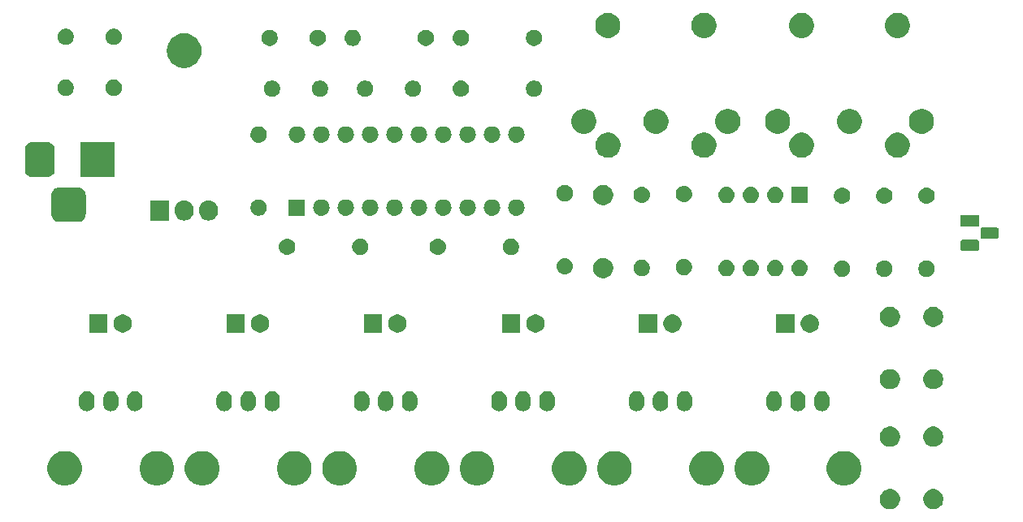
<source format=gbr>
G04 #@! TF.GenerationSoftware,KiCad,Pcbnew,(5.0.2)-1*
G04 #@! TF.CreationDate,2019-04-14T20:31:09+02:00*
G04 #@! TF.ProjectId,CCdrum,43436472-756d-42e6-9b69-6361645f7063,rev?*
G04 #@! TF.SameCoordinates,Original*
G04 #@! TF.FileFunction,Soldermask,Bot*
G04 #@! TF.FilePolarity,Negative*
%FSLAX46Y46*%
G04 Gerber Fmt 4.6, Leading zero omitted, Abs format (unit mm)*
G04 Created by KiCad (PCBNEW (5.0.2)-1) date 14/04/2019 20:31:09*
%MOMM*%
%LPD*%
G01*
G04 APERTURE LIST*
%ADD10C,0.100000*%
G04 APERTURE END LIST*
D10*
G36*
X133206565Y-154589389D02*
X133397834Y-154668615D01*
X133569976Y-154783637D01*
X133716363Y-154930024D01*
X133831385Y-155102166D01*
X133910611Y-155293435D01*
X133951000Y-155496484D01*
X133951000Y-155703516D01*
X133910611Y-155906565D01*
X133831385Y-156097834D01*
X133716363Y-156269976D01*
X133569976Y-156416363D01*
X133397834Y-156531385D01*
X133206565Y-156610611D01*
X133003516Y-156651000D01*
X132796484Y-156651000D01*
X132593435Y-156610611D01*
X132402166Y-156531385D01*
X132230024Y-156416363D01*
X132083637Y-156269976D01*
X131968615Y-156097834D01*
X131889389Y-155906565D01*
X131849000Y-155703516D01*
X131849000Y-155496484D01*
X131889389Y-155293435D01*
X131968615Y-155102166D01*
X132083637Y-154930024D01*
X132230024Y-154783637D01*
X132402166Y-154668615D01*
X132593435Y-154589389D01*
X132796484Y-154549000D01*
X133003516Y-154549000D01*
X133206565Y-154589389D01*
X133206565Y-154589389D01*
G37*
G36*
X128706565Y-154589389D02*
X128897834Y-154668615D01*
X129069976Y-154783637D01*
X129216363Y-154930024D01*
X129331385Y-155102166D01*
X129410611Y-155293435D01*
X129451000Y-155496484D01*
X129451000Y-155703516D01*
X129410611Y-155906565D01*
X129331385Y-156097834D01*
X129216363Y-156269976D01*
X129069976Y-156416363D01*
X128897834Y-156531385D01*
X128706565Y-156610611D01*
X128503516Y-156651000D01*
X128296484Y-156651000D01*
X128093435Y-156610611D01*
X127902166Y-156531385D01*
X127730024Y-156416363D01*
X127583637Y-156269976D01*
X127468615Y-156097834D01*
X127389389Y-155906565D01*
X127349000Y-155703516D01*
X127349000Y-155496484D01*
X127389389Y-155293435D01*
X127468615Y-155102166D01*
X127583637Y-154930024D01*
X127730024Y-154783637D01*
X127902166Y-154668615D01*
X128093435Y-154589389D01*
X128296484Y-154549000D01*
X128503516Y-154549000D01*
X128706565Y-154589389D01*
X128706565Y-154589389D01*
G37*
G36*
X124125331Y-150668211D02*
X124453092Y-150803974D01*
X124748073Y-151001074D01*
X124998926Y-151251927D01*
X125196026Y-151546908D01*
X125331789Y-151874669D01*
X125401000Y-152222616D01*
X125401000Y-152577384D01*
X125331789Y-152925331D01*
X125196026Y-153253092D01*
X124998926Y-153548073D01*
X124748073Y-153798926D01*
X124453092Y-153996026D01*
X124125331Y-154131789D01*
X123777384Y-154201000D01*
X123422616Y-154201000D01*
X123074669Y-154131789D01*
X122746908Y-153996026D01*
X122451927Y-153798926D01*
X122201074Y-153548073D01*
X122003974Y-153253092D01*
X121868211Y-152925331D01*
X121799000Y-152577384D01*
X121799000Y-152222616D01*
X121868211Y-151874669D01*
X122003974Y-151546908D01*
X122201074Y-151251927D01*
X122451927Y-151001074D01*
X122746908Y-150803974D01*
X123074669Y-150668211D01*
X123422616Y-150599000D01*
X123777384Y-150599000D01*
X124125331Y-150668211D01*
X124125331Y-150668211D01*
G37*
G36*
X114525331Y-150668211D02*
X114853092Y-150803974D01*
X115148073Y-151001074D01*
X115398926Y-151251927D01*
X115596026Y-151546908D01*
X115731789Y-151874669D01*
X115801000Y-152222616D01*
X115801000Y-152577384D01*
X115731789Y-152925331D01*
X115596026Y-153253092D01*
X115398926Y-153548073D01*
X115148073Y-153798926D01*
X114853092Y-153996026D01*
X114525331Y-154131789D01*
X114177384Y-154201000D01*
X113822616Y-154201000D01*
X113474669Y-154131789D01*
X113146908Y-153996026D01*
X112851927Y-153798926D01*
X112601074Y-153548073D01*
X112403974Y-153253092D01*
X112268211Y-152925331D01*
X112199000Y-152577384D01*
X112199000Y-152222616D01*
X112268211Y-151874669D01*
X112403974Y-151546908D01*
X112601074Y-151251927D01*
X112851927Y-151001074D01*
X113146908Y-150803974D01*
X113474669Y-150668211D01*
X113822616Y-150599000D01*
X114177384Y-150599000D01*
X114525331Y-150668211D01*
X114525331Y-150668211D01*
G37*
G36*
X109805331Y-150668211D02*
X110133092Y-150803974D01*
X110428073Y-151001074D01*
X110678926Y-151251927D01*
X110876026Y-151546908D01*
X111011789Y-151874669D01*
X111081000Y-152222616D01*
X111081000Y-152577384D01*
X111011789Y-152925331D01*
X110876026Y-153253092D01*
X110678926Y-153548073D01*
X110428073Y-153798926D01*
X110133092Y-153996026D01*
X109805331Y-154131789D01*
X109457384Y-154201000D01*
X109102616Y-154201000D01*
X108754669Y-154131789D01*
X108426908Y-153996026D01*
X108131927Y-153798926D01*
X107881074Y-153548073D01*
X107683974Y-153253092D01*
X107548211Y-152925331D01*
X107479000Y-152577384D01*
X107479000Y-152222616D01*
X107548211Y-151874669D01*
X107683974Y-151546908D01*
X107881074Y-151251927D01*
X108131927Y-151001074D01*
X108426908Y-150803974D01*
X108754669Y-150668211D01*
X109102616Y-150599000D01*
X109457384Y-150599000D01*
X109805331Y-150668211D01*
X109805331Y-150668211D01*
G37*
G36*
X100205331Y-150668211D02*
X100533092Y-150803974D01*
X100828073Y-151001074D01*
X101078926Y-151251927D01*
X101276026Y-151546908D01*
X101411789Y-151874669D01*
X101481000Y-152222616D01*
X101481000Y-152577384D01*
X101411789Y-152925331D01*
X101276026Y-153253092D01*
X101078926Y-153548073D01*
X100828073Y-153798926D01*
X100533092Y-153996026D01*
X100205331Y-154131789D01*
X99857384Y-154201000D01*
X99502616Y-154201000D01*
X99154669Y-154131789D01*
X98826908Y-153996026D01*
X98531927Y-153798926D01*
X98281074Y-153548073D01*
X98083974Y-153253092D01*
X97948211Y-152925331D01*
X97879000Y-152577384D01*
X97879000Y-152222616D01*
X97948211Y-151874669D01*
X98083974Y-151546908D01*
X98281074Y-151251927D01*
X98531927Y-151001074D01*
X98826908Y-150803974D01*
X99154669Y-150668211D01*
X99502616Y-150599000D01*
X99857384Y-150599000D01*
X100205331Y-150668211D01*
X100205331Y-150668211D01*
G37*
G36*
X95485331Y-150668211D02*
X95813092Y-150803974D01*
X96108073Y-151001074D01*
X96358926Y-151251927D01*
X96556026Y-151546908D01*
X96691789Y-151874669D01*
X96761000Y-152222616D01*
X96761000Y-152577384D01*
X96691789Y-152925331D01*
X96556026Y-153253092D01*
X96358926Y-153548073D01*
X96108073Y-153798926D01*
X95813092Y-153996026D01*
X95485331Y-154131789D01*
X95137384Y-154201000D01*
X94782616Y-154201000D01*
X94434669Y-154131789D01*
X94106908Y-153996026D01*
X93811927Y-153798926D01*
X93561074Y-153548073D01*
X93363974Y-153253092D01*
X93228211Y-152925331D01*
X93159000Y-152577384D01*
X93159000Y-152222616D01*
X93228211Y-151874669D01*
X93363974Y-151546908D01*
X93561074Y-151251927D01*
X93811927Y-151001074D01*
X94106908Y-150803974D01*
X94434669Y-150668211D01*
X94782616Y-150599000D01*
X95137384Y-150599000D01*
X95485331Y-150668211D01*
X95485331Y-150668211D01*
G37*
G36*
X85885331Y-150668211D02*
X86213092Y-150803974D01*
X86508073Y-151001074D01*
X86758926Y-151251927D01*
X86956026Y-151546908D01*
X87091789Y-151874669D01*
X87161000Y-152222616D01*
X87161000Y-152577384D01*
X87091789Y-152925331D01*
X86956026Y-153253092D01*
X86758926Y-153548073D01*
X86508073Y-153798926D01*
X86213092Y-153996026D01*
X85885331Y-154131789D01*
X85537384Y-154201000D01*
X85182616Y-154201000D01*
X84834669Y-154131789D01*
X84506908Y-153996026D01*
X84211927Y-153798926D01*
X83961074Y-153548073D01*
X83763974Y-153253092D01*
X83628211Y-152925331D01*
X83559000Y-152577384D01*
X83559000Y-152222616D01*
X83628211Y-151874669D01*
X83763974Y-151546908D01*
X83961074Y-151251927D01*
X84211927Y-151001074D01*
X84506908Y-150803974D01*
X84834669Y-150668211D01*
X85182616Y-150599000D01*
X85537384Y-150599000D01*
X85885331Y-150668211D01*
X85885331Y-150668211D01*
G37*
G36*
X81165331Y-150668211D02*
X81493092Y-150803974D01*
X81788073Y-151001074D01*
X82038926Y-151251927D01*
X82236026Y-151546908D01*
X82371789Y-151874669D01*
X82441000Y-152222616D01*
X82441000Y-152577384D01*
X82371789Y-152925331D01*
X82236026Y-153253092D01*
X82038926Y-153548073D01*
X81788073Y-153798926D01*
X81493092Y-153996026D01*
X81165331Y-154131789D01*
X80817384Y-154201000D01*
X80462616Y-154201000D01*
X80114669Y-154131789D01*
X79786908Y-153996026D01*
X79491927Y-153798926D01*
X79241074Y-153548073D01*
X79043974Y-153253092D01*
X78908211Y-152925331D01*
X78839000Y-152577384D01*
X78839000Y-152222616D01*
X78908211Y-151874669D01*
X79043974Y-151546908D01*
X79241074Y-151251927D01*
X79491927Y-151001074D01*
X79786908Y-150803974D01*
X80114669Y-150668211D01*
X80462616Y-150599000D01*
X80817384Y-150599000D01*
X81165331Y-150668211D01*
X81165331Y-150668211D01*
G37*
G36*
X71565331Y-150668211D02*
X71893092Y-150803974D01*
X72188073Y-151001074D01*
X72438926Y-151251927D01*
X72636026Y-151546908D01*
X72771789Y-151874669D01*
X72841000Y-152222616D01*
X72841000Y-152577384D01*
X72771789Y-152925331D01*
X72636026Y-153253092D01*
X72438926Y-153548073D01*
X72188073Y-153798926D01*
X71893092Y-153996026D01*
X71565331Y-154131789D01*
X71217384Y-154201000D01*
X70862616Y-154201000D01*
X70514669Y-154131789D01*
X70186908Y-153996026D01*
X69891927Y-153798926D01*
X69641074Y-153548073D01*
X69443974Y-153253092D01*
X69308211Y-152925331D01*
X69239000Y-152577384D01*
X69239000Y-152222616D01*
X69308211Y-151874669D01*
X69443974Y-151546908D01*
X69641074Y-151251927D01*
X69891927Y-151001074D01*
X70186908Y-150803974D01*
X70514669Y-150668211D01*
X70862616Y-150599000D01*
X71217384Y-150599000D01*
X71565331Y-150668211D01*
X71565331Y-150668211D01*
G37*
G36*
X66845331Y-150668211D02*
X67173092Y-150803974D01*
X67468073Y-151001074D01*
X67718926Y-151251927D01*
X67916026Y-151546908D01*
X68051789Y-151874669D01*
X68121000Y-152222616D01*
X68121000Y-152577384D01*
X68051789Y-152925331D01*
X67916026Y-153253092D01*
X67718926Y-153548073D01*
X67468073Y-153798926D01*
X67173092Y-153996026D01*
X66845331Y-154131789D01*
X66497384Y-154201000D01*
X66142616Y-154201000D01*
X65794669Y-154131789D01*
X65466908Y-153996026D01*
X65171927Y-153798926D01*
X64921074Y-153548073D01*
X64723974Y-153253092D01*
X64588211Y-152925331D01*
X64519000Y-152577384D01*
X64519000Y-152222616D01*
X64588211Y-151874669D01*
X64723974Y-151546908D01*
X64921074Y-151251927D01*
X65171927Y-151001074D01*
X65466908Y-150803974D01*
X65794669Y-150668211D01*
X66142616Y-150599000D01*
X66497384Y-150599000D01*
X66845331Y-150668211D01*
X66845331Y-150668211D01*
G37*
G36*
X57245331Y-150668211D02*
X57573092Y-150803974D01*
X57868073Y-151001074D01*
X58118926Y-151251927D01*
X58316026Y-151546908D01*
X58451789Y-151874669D01*
X58521000Y-152222616D01*
X58521000Y-152577384D01*
X58451789Y-152925331D01*
X58316026Y-153253092D01*
X58118926Y-153548073D01*
X57868073Y-153798926D01*
X57573092Y-153996026D01*
X57245331Y-154131789D01*
X56897384Y-154201000D01*
X56542616Y-154201000D01*
X56194669Y-154131789D01*
X55866908Y-153996026D01*
X55571927Y-153798926D01*
X55321074Y-153548073D01*
X55123974Y-153253092D01*
X54988211Y-152925331D01*
X54919000Y-152577384D01*
X54919000Y-152222616D01*
X54988211Y-151874669D01*
X55123974Y-151546908D01*
X55321074Y-151251927D01*
X55571927Y-151001074D01*
X55866908Y-150803974D01*
X56194669Y-150668211D01*
X56542616Y-150599000D01*
X56897384Y-150599000D01*
X57245331Y-150668211D01*
X57245331Y-150668211D01*
G37*
G36*
X52525331Y-150668211D02*
X52853092Y-150803974D01*
X53148073Y-151001074D01*
X53398926Y-151251927D01*
X53596026Y-151546908D01*
X53731789Y-151874669D01*
X53801000Y-152222616D01*
X53801000Y-152577384D01*
X53731789Y-152925331D01*
X53596026Y-153253092D01*
X53398926Y-153548073D01*
X53148073Y-153798926D01*
X52853092Y-153996026D01*
X52525331Y-154131789D01*
X52177384Y-154201000D01*
X51822616Y-154201000D01*
X51474669Y-154131789D01*
X51146908Y-153996026D01*
X50851927Y-153798926D01*
X50601074Y-153548073D01*
X50403974Y-153253092D01*
X50268211Y-152925331D01*
X50199000Y-152577384D01*
X50199000Y-152222616D01*
X50268211Y-151874669D01*
X50403974Y-151546908D01*
X50601074Y-151251927D01*
X50851927Y-151001074D01*
X51146908Y-150803974D01*
X51474669Y-150668211D01*
X51822616Y-150599000D01*
X52177384Y-150599000D01*
X52525331Y-150668211D01*
X52525331Y-150668211D01*
G37*
G36*
X42925331Y-150668211D02*
X43253092Y-150803974D01*
X43548073Y-151001074D01*
X43798926Y-151251927D01*
X43996026Y-151546908D01*
X44131789Y-151874669D01*
X44201000Y-152222616D01*
X44201000Y-152577384D01*
X44131789Y-152925331D01*
X43996026Y-153253092D01*
X43798926Y-153548073D01*
X43548073Y-153798926D01*
X43253092Y-153996026D01*
X42925331Y-154131789D01*
X42577384Y-154201000D01*
X42222616Y-154201000D01*
X41874669Y-154131789D01*
X41546908Y-153996026D01*
X41251927Y-153798926D01*
X41001074Y-153548073D01*
X40803974Y-153253092D01*
X40668211Y-152925331D01*
X40599000Y-152577384D01*
X40599000Y-152222616D01*
X40668211Y-151874669D01*
X40803974Y-151546908D01*
X41001074Y-151251927D01*
X41251927Y-151001074D01*
X41546908Y-150803974D01*
X41874669Y-150668211D01*
X42222616Y-150599000D01*
X42577384Y-150599000D01*
X42925331Y-150668211D01*
X42925331Y-150668211D01*
G37*
G36*
X128706565Y-148089389D02*
X128897834Y-148168615D01*
X129069976Y-148283637D01*
X129216363Y-148430024D01*
X129331385Y-148602166D01*
X129410611Y-148793435D01*
X129451000Y-148996484D01*
X129451000Y-149203516D01*
X129410611Y-149406565D01*
X129331385Y-149597834D01*
X129216363Y-149769976D01*
X129069976Y-149916363D01*
X128897834Y-150031385D01*
X128706565Y-150110611D01*
X128503516Y-150151000D01*
X128296484Y-150151000D01*
X128093435Y-150110611D01*
X127902166Y-150031385D01*
X127730024Y-149916363D01*
X127583637Y-149769976D01*
X127468615Y-149597834D01*
X127389389Y-149406565D01*
X127349000Y-149203516D01*
X127349000Y-148996484D01*
X127389389Y-148793435D01*
X127468615Y-148602166D01*
X127583637Y-148430024D01*
X127730024Y-148283637D01*
X127902166Y-148168615D01*
X128093435Y-148089389D01*
X128296484Y-148049000D01*
X128503516Y-148049000D01*
X128706565Y-148089389D01*
X128706565Y-148089389D01*
G37*
G36*
X133206565Y-148089389D02*
X133397834Y-148168615D01*
X133569976Y-148283637D01*
X133716363Y-148430024D01*
X133831385Y-148602166D01*
X133910611Y-148793435D01*
X133951000Y-148996484D01*
X133951000Y-149203516D01*
X133910611Y-149406565D01*
X133831385Y-149597834D01*
X133716363Y-149769976D01*
X133569976Y-149916363D01*
X133397834Y-150031385D01*
X133206565Y-150110611D01*
X133003516Y-150151000D01*
X132796484Y-150151000D01*
X132593435Y-150110611D01*
X132402166Y-150031385D01*
X132230024Y-149916363D01*
X132083637Y-149769976D01*
X131968615Y-149597834D01*
X131889389Y-149406565D01*
X131849000Y-149203516D01*
X131849000Y-148996484D01*
X131889389Y-148793435D01*
X131968615Y-148602166D01*
X132083637Y-148430024D01*
X132230024Y-148283637D01*
X132402166Y-148168615D01*
X132593435Y-148089389D01*
X132796484Y-148049000D01*
X133003516Y-148049000D01*
X133206565Y-148089389D01*
X133206565Y-148089389D01*
G37*
G36*
X47357025Y-144360590D02*
X47508012Y-144406392D01*
X47647165Y-144480770D01*
X47769133Y-144580867D01*
X47869230Y-144702835D01*
X47943608Y-144841988D01*
X47989410Y-144992975D01*
X48001000Y-145110654D01*
X48001000Y-145689346D01*
X47989410Y-145807025D01*
X47943608Y-145958012D01*
X47869230Y-146097165D01*
X47769136Y-146219130D01*
X47769134Y-146219131D01*
X47769133Y-146219133D01*
X47769129Y-146219136D01*
X47647161Y-146319232D01*
X47508011Y-146393608D01*
X47357024Y-146439410D01*
X47200000Y-146454875D01*
X47042975Y-146439410D01*
X46891988Y-146393608D01*
X46752835Y-146319230D01*
X46630870Y-146219136D01*
X46630869Y-146219134D01*
X46630867Y-146219133D01*
X46580819Y-146158149D01*
X46530768Y-146097161D01*
X46456392Y-145958011D01*
X46410590Y-145807024D01*
X46399000Y-145689345D01*
X46399000Y-145110654D01*
X46410590Y-144992975D01*
X46433491Y-144917483D01*
X46456392Y-144841988D01*
X46530771Y-144702835D01*
X46630868Y-144580867D01*
X46752836Y-144480770D01*
X46891989Y-144406392D01*
X47042976Y-144360590D01*
X47200000Y-144345125D01*
X47357025Y-144360590D01*
X47357025Y-144360590D01*
G37*
G36*
X104637025Y-144360590D02*
X104788012Y-144406392D01*
X104927165Y-144480770D01*
X105049133Y-144580867D01*
X105149230Y-144702835D01*
X105223608Y-144841988D01*
X105269410Y-144992975D01*
X105281000Y-145110654D01*
X105281000Y-145689346D01*
X105269410Y-145807025D01*
X105223608Y-145958012D01*
X105149230Y-146097165D01*
X105049136Y-146219130D01*
X105049134Y-146219131D01*
X105049133Y-146219133D01*
X105049129Y-146219136D01*
X104927161Y-146319232D01*
X104788011Y-146393608D01*
X104637024Y-146439410D01*
X104480000Y-146454875D01*
X104322975Y-146439410D01*
X104171988Y-146393608D01*
X104032835Y-146319230D01*
X103910870Y-146219136D01*
X103910869Y-146219134D01*
X103910867Y-146219133D01*
X103860819Y-146158149D01*
X103810768Y-146097161D01*
X103736392Y-145958011D01*
X103690590Y-145807024D01*
X103679000Y-145689345D01*
X103679000Y-145110654D01*
X103690590Y-144992975D01*
X103713491Y-144917483D01*
X103736392Y-144841988D01*
X103810771Y-144702835D01*
X103910868Y-144580867D01*
X104032836Y-144480770D01*
X104171989Y-144406392D01*
X104322976Y-144360590D01*
X104480000Y-144345125D01*
X104637025Y-144360590D01*
X104637025Y-144360590D01*
G37*
G36*
X102137025Y-144360590D02*
X102288012Y-144406392D01*
X102427165Y-144480770D01*
X102549133Y-144580867D01*
X102649230Y-144702835D01*
X102723608Y-144841988D01*
X102769410Y-144992975D01*
X102781000Y-145110654D01*
X102781000Y-145689346D01*
X102769410Y-145807025D01*
X102723608Y-145958012D01*
X102649230Y-146097165D01*
X102549136Y-146219130D01*
X102549134Y-146219131D01*
X102549133Y-146219133D01*
X102549129Y-146219136D01*
X102427161Y-146319232D01*
X102288011Y-146393608D01*
X102137024Y-146439410D01*
X101980000Y-146454875D01*
X101822975Y-146439410D01*
X101671988Y-146393608D01*
X101532835Y-146319230D01*
X101410870Y-146219136D01*
X101410869Y-146219134D01*
X101410867Y-146219133D01*
X101360819Y-146158149D01*
X101310768Y-146097161D01*
X101236392Y-145958011D01*
X101190590Y-145807024D01*
X101179000Y-145689345D01*
X101179000Y-145110654D01*
X101190590Y-144992975D01*
X101213491Y-144917483D01*
X101236392Y-144841988D01*
X101310771Y-144702835D01*
X101410868Y-144580867D01*
X101532836Y-144480770D01*
X101671989Y-144406392D01*
X101822976Y-144360590D01*
X101980000Y-144345125D01*
X102137025Y-144360590D01*
X102137025Y-144360590D01*
G37*
G36*
X92817025Y-144360590D02*
X92968012Y-144406392D01*
X93107165Y-144480770D01*
X93229133Y-144580867D01*
X93329230Y-144702835D01*
X93403608Y-144841988D01*
X93449410Y-144992975D01*
X93461000Y-145110654D01*
X93461000Y-145689346D01*
X93449410Y-145807025D01*
X93403608Y-145958012D01*
X93329230Y-146097165D01*
X93229136Y-146219130D01*
X93229134Y-146219131D01*
X93229133Y-146219133D01*
X93229129Y-146219136D01*
X93107161Y-146319232D01*
X92968011Y-146393608D01*
X92817024Y-146439410D01*
X92660000Y-146454875D01*
X92502975Y-146439410D01*
X92351988Y-146393608D01*
X92212835Y-146319230D01*
X92090870Y-146219136D01*
X92090869Y-146219134D01*
X92090867Y-146219133D01*
X92040819Y-146158149D01*
X91990768Y-146097161D01*
X91916392Y-145958011D01*
X91870590Y-145807024D01*
X91859000Y-145689345D01*
X91859000Y-145110654D01*
X91870590Y-144992975D01*
X91893491Y-144917483D01*
X91916392Y-144841988D01*
X91990771Y-144702835D01*
X92090868Y-144580867D01*
X92212836Y-144480770D01*
X92351989Y-144406392D01*
X92502976Y-144360590D01*
X92660000Y-144345125D01*
X92817025Y-144360590D01*
X92817025Y-144360590D01*
G37*
G36*
X90317025Y-144360590D02*
X90468012Y-144406392D01*
X90607165Y-144480770D01*
X90729133Y-144580867D01*
X90829230Y-144702835D01*
X90903608Y-144841988D01*
X90949410Y-144992975D01*
X90961000Y-145110654D01*
X90961000Y-145689346D01*
X90949410Y-145807025D01*
X90903608Y-145958012D01*
X90829230Y-146097165D01*
X90729136Y-146219130D01*
X90729134Y-146219131D01*
X90729133Y-146219133D01*
X90729129Y-146219136D01*
X90607161Y-146319232D01*
X90468011Y-146393608D01*
X90317024Y-146439410D01*
X90160000Y-146454875D01*
X90002975Y-146439410D01*
X89851988Y-146393608D01*
X89712835Y-146319230D01*
X89590870Y-146219136D01*
X89590869Y-146219134D01*
X89590867Y-146219133D01*
X89540819Y-146158149D01*
X89490768Y-146097161D01*
X89416392Y-145958011D01*
X89370590Y-145807024D01*
X89359000Y-145689345D01*
X89359000Y-145110654D01*
X89370590Y-144992975D01*
X89393491Y-144917483D01*
X89416392Y-144841988D01*
X89490771Y-144702835D01*
X89590868Y-144580867D01*
X89712836Y-144480770D01*
X89851989Y-144406392D01*
X90002976Y-144360590D01*
X90160000Y-144345125D01*
X90317025Y-144360590D01*
X90317025Y-144360590D01*
G37*
G36*
X87817025Y-144360590D02*
X87968012Y-144406392D01*
X88107165Y-144480770D01*
X88229133Y-144580867D01*
X88329230Y-144702835D01*
X88403608Y-144841988D01*
X88449410Y-144992975D01*
X88461000Y-145110654D01*
X88461000Y-145689346D01*
X88449410Y-145807025D01*
X88403608Y-145958012D01*
X88329230Y-146097165D01*
X88229136Y-146219130D01*
X88229134Y-146219131D01*
X88229133Y-146219133D01*
X88229129Y-146219136D01*
X88107161Y-146319232D01*
X87968011Y-146393608D01*
X87817024Y-146439410D01*
X87660000Y-146454875D01*
X87502975Y-146439410D01*
X87351988Y-146393608D01*
X87212835Y-146319230D01*
X87090870Y-146219136D01*
X87090869Y-146219134D01*
X87090867Y-146219133D01*
X87040819Y-146158149D01*
X86990768Y-146097161D01*
X86916392Y-145958011D01*
X86870590Y-145807024D01*
X86859000Y-145689345D01*
X86859000Y-145110654D01*
X86870590Y-144992975D01*
X86893491Y-144917483D01*
X86916392Y-144841988D01*
X86990771Y-144702835D01*
X87090868Y-144580867D01*
X87212836Y-144480770D01*
X87351989Y-144406392D01*
X87502976Y-144360590D01*
X87660000Y-144345125D01*
X87817025Y-144360590D01*
X87817025Y-144360590D01*
G37*
G36*
X78497025Y-144360590D02*
X78648012Y-144406392D01*
X78787165Y-144480770D01*
X78909133Y-144580867D01*
X79009230Y-144702835D01*
X79083608Y-144841988D01*
X79129410Y-144992975D01*
X79141000Y-145110654D01*
X79141000Y-145689346D01*
X79129410Y-145807025D01*
X79083608Y-145958012D01*
X79009230Y-146097165D01*
X78909136Y-146219130D01*
X78909134Y-146219131D01*
X78909133Y-146219133D01*
X78909129Y-146219136D01*
X78787161Y-146319232D01*
X78648011Y-146393608D01*
X78497024Y-146439410D01*
X78340000Y-146454875D01*
X78182975Y-146439410D01*
X78031988Y-146393608D01*
X77892835Y-146319230D01*
X77770870Y-146219136D01*
X77770869Y-146219134D01*
X77770867Y-146219133D01*
X77720819Y-146158149D01*
X77670768Y-146097161D01*
X77596392Y-145958011D01*
X77550590Y-145807024D01*
X77539000Y-145689345D01*
X77539000Y-145110654D01*
X77550590Y-144992975D01*
X77573491Y-144917483D01*
X77596392Y-144841988D01*
X77670771Y-144702835D01*
X77770868Y-144580867D01*
X77892836Y-144480770D01*
X78031989Y-144406392D01*
X78182976Y-144360590D01*
X78340000Y-144345125D01*
X78497025Y-144360590D01*
X78497025Y-144360590D01*
G37*
G36*
X75997025Y-144360590D02*
X76148012Y-144406392D01*
X76287165Y-144480770D01*
X76409133Y-144580867D01*
X76509230Y-144702835D01*
X76583608Y-144841988D01*
X76629410Y-144992975D01*
X76641000Y-145110654D01*
X76641000Y-145689346D01*
X76629410Y-145807025D01*
X76583608Y-145958012D01*
X76509230Y-146097165D01*
X76409136Y-146219130D01*
X76409134Y-146219131D01*
X76409133Y-146219133D01*
X76409129Y-146219136D01*
X76287161Y-146319232D01*
X76148011Y-146393608D01*
X75997024Y-146439410D01*
X75840000Y-146454875D01*
X75682975Y-146439410D01*
X75531988Y-146393608D01*
X75392835Y-146319230D01*
X75270870Y-146219136D01*
X75270869Y-146219134D01*
X75270867Y-146219133D01*
X75220819Y-146158149D01*
X75170768Y-146097161D01*
X75096392Y-145958011D01*
X75050590Y-145807024D01*
X75039000Y-145689345D01*
X75039000Y-145110654D01*
X75050590Y-144992975D01*
X75073491Y-144917483D01*
X75096392Y-144841988D01*
X75170771Y-144702835D01*
X75270868Y-144580867D01*
X75392836Y-144480770D01*
X75531989Y-144406392D01*
X75682976Y-144360590D01*
X75840000Y-144345125D01*
X75997025Y-144360590D01*
X75997025Y-144360590D01*
G37*
G36*
X73497025Y-144360590D02*
X73648012Y-144406392D01*
X73787165Y-144480770D01*
X73909133Y-144580867D01*
X74009230Y-144702835D01*
X74083608Y-144841988D01*
X74129410Y-144992975D01*
X74141000Y-145110654D01*
X74141000Y-145689346D01*
X74129410Y-145807025D01*
X74083608Y-145958012D01*
X74009230Y-146097165D01*
X73909136Y-146219130D01*
X73909134Y-146219131D01*
X73909133Y-146219133D01*
X73909129Y-146219136D01*
X73787161Y-146319232D01*
X73648011Y-146393608D01*
X73497024Y-146439410D01*
X73340000Y-146454875D01*
X73182975Y-146439410D01*
X73031988Y-146393608D01*
X72892835Y-146319230D01*
X72770870Y-146219136D01*
X72770869Y-146219134D01*
X72770867Y-146219133D01*
X72720819Y-146158149D01*
X72670768Y-146097161D01*
X72596392Y-145958011D01*
X72550590Y-145807024D01*
X72539000Y-145689345D01*
X72539000Y-145110654D01*
X72550590Y-144992975D01*
X72573491Y-144917483D01*
X72596392Y-144841988D01*
X72670771Y-144702835D01*
X72770868Y-144580867D01*
X72892836Y-144480770D01*
X73031989Y-144406392D01*
X73182976Y-144360590D01*
X73340000Y-144345125D01*
X73497025Y-144360590D01*
X73497025Y-144360590D01*
G37*
G36*
X61677025Y-144360590D02*
X61828012Y-144406392D01*
X61967165Y-144480770D01*
X62089133Y-144580867D01*
X62189230Y-144702835D01*
X62263608Y-144841988D01*
X62309410Y-144992975D01*
X62321000Y-145110654D01*
X62321000Y-145689346D01*
X62309410Y-145807025D01*
X62263608Y-145958012D01*
X62189230Y-146097165D01*
X62089136Y-146219130D01*
X62089134Y-146219131D01*
X62089133Y-146219133D01*
X62089129Y-146219136D01*
X61967161Y-146319232D01*
X61828011Y-146393608D01*
X61677024Y-146439410D01*
X61520000Y-146454875D01*
X61362975Y-146439410D01*
X61211988Y-146393608D01*
X61072835Y-146319230D01*
X60950870Y-146219136D01*
X60950869Y-146219134D01*
X60950867Y-146219133D01*
X60900819Y-146158149D01*
X60850768Y-146097161D01*
X60776392Y-145958011D01*
X60730590Y-145807024D01*
X60719000Y-145689345D01*
X60719000Y-145110654D01*
X60730590Y-144992975D01*
X60753491Y-144917483D01*
X60776392Y-144841988D01*
X60850771Y-144702835D01*
X60950868Y-144580867D01*
X61072836Y-144480770D01*
X61211989Y-144406392D01*
X61362976Y-144360590D01*
X61520000Y-144345125D01*
X61677025Y-144360590D01*
X61677025Y-144360590D01*
G37*
G36*
X59177025Y-144360590D02*
X59328012Y-144406392D01*
X59467165Y-144480770D01*
X59589133Y-144580867D01*
X59689230Y-144702835D01*
X59763608Y-144841988D01*
X59809410Y-144992975D01*
X59821000Y-145110654D01*
X59821000Y-145689346D01*
X59809410Y-145807025D01*
X59763608Y-145958012D01*
X59689230Y-146097165D01*
X59589136Y-146219130D01*
X59589134Y-146219131D01*
X59589133Y-146219133D01*
X59589129Y-146219136D01*
X59467161Y-146319232D01*
X59328011Y-146393608D01*
X59177024Y-146439410D01*
X59020000Y-146454875D01*
X58862975Y-146439410D01*
X58711988Y-146393608D01*
X58572835Y-146319230D01*
X58450870Y-146219136D01*
X58450869Y-146219134D01*
X58450867Y-146219133D01*
X58400819Y-146158149D01*
X58350768Y-146097161D01*
X58276392Y-145958011D01*
X58230590Y-145807024D01*
X58219000Y-145689345D01*
X58219000Y-145110654D01*
X58230590Y-144992975D01*
X58253491Y-144917483D01*
X58276392Y-144841988D01*
X58350771Y-144702835D01*
X58450868Y-144580867D01*
X58572836Y-144480770D01*
X58711989Y-144406392D01*
X58862976Y-144360590D01*
X59020000Y-144345125D01*
X59177025Y-144360590D01*
X59177025Y-144360590D01*
G37*
G36*
X44857025Y-144360590D02*
X45008012Y-144406392D01*
X45147165Y-144480770D01*
X45269133Y-144580867D01*
X45369230Y-144702835D01*
X45443608Y-144841988D01*
X45489410Y-144992975D01*
X45501000Y-145110654D01*
X45501000Y-145689346D01*
X45489410Y-145807025D01*
X45443608Y-145958012D01*
X45369230Y-146097165D01*
X45269136Y-146219130D01*
X45269134Y-146219131D01*
X45269133Y-146219133D01*
X45269129Y-146219136D01*
X45147161Y-146319232D01*
X45008011Y-146393608D01*
X44857024Y-146439410D01*
X44700000Y-146454875D01*
X44542975Y-146439410D01*
X44391988Y-146393608D01*
X44252835Y-146319230D01*
X44130870Y-146219136D01*
X44130869Y-146219134D01*
X44130867Y-146219133D01*
X44080819Y-146158149D01*
X44030768Y-146097161D01*
X43956392Y-145958011D01*
X43910590Y-145807024D01*
X43899000Y-145689345D01*
X43899000Y-145110654D01*
X43910590Y-144992975D01*
X43933491Y-144917483D01*
X43956392Y-144841988D01*
X44030771Y-144702835D01*
X44130868Y-144580867D01*
X44252836Y-144480770D01*
X44391989Y-144406392D01*
X44542976Y-144360590D01*
X44700000Y-144345125D01*
X44857025Y-144360590D01*
X44857025Y-144360590D01*
G37*
G36*
X121457025Y-144360590D02*
X121608012Y-144406392D01*
X121747165Y-144480770D01*
X121869133Y-144580867D01*
X121969230Y-144702835D01*
X122043608Y-144841988D01*
X122089410Y-144992975D01*
X122101000Y-145110654D01*
X122101000Y-145689346D01*
X122089410Y-145807025D01*
X122043608Y-145958012D01*
X121969230Y-146097165D01*
X121869136Y-146219130D01*
X121869134Y-146219131D01*
X121869133Y-146219133D01*
X121869129Y-146219136D01*
X121747161Y-146319232D01*
X121608011Y-146393608D01*
X121457024Y-146439410D01*
X121300000Y-146454875D01*
X121142975Y-146439410D01*
X120991988Y-146393608D01*
X120852835Y-146319230D01*
X120730870Y-146219136D01*
X120730869Y-146219134D01*
X120730867Y-146219133D01*
X120680819Y-146158149D01*
X120630768Y-146097161D01*
X120556392Y-145958011D01*
X120510590Y-145807024D01*
X120499000Y-145689345D01*
X120499000Y-145110654D01*
X120510590Y-144992975D01*
X120533491Y-144917483D01*
X120556392Y-144841988D01*
X120630771Y-144702835D01*
X120730868Y-144580867D01*
X120852836Y-144480770D01*
X120991989Y-144406392D01*
X121142976Y-144360590D01*
X121300000Y-144345125D01*
X121457025Y-144360590D01*
X121457025Y-144360590D01*
G37*
G36*
X118957025Y-144360590D02*
X119108012Y-144406392D01*
X119247165Y-144480770D01*
X119369133Y-144580867D01*
X119469230Y-144702835D01*
X119543608Y-144841988D01*
X119589410Y-144992975D01*
X119601000Y-145110654D01*
X119601000Y-145689346D01*
X119589410Y-145807025D01*
X119543608Y-145958012D01*
X119469230Y-146097165D01*
X119369136Y-146219130D01*
X119369134Y-146219131D01*
X119369133Y-146219133D01*
X119369129Y-146219136D01*
X119247161Y-146319232D01*
X119108011Y-146393608D01*
X118957024Y-146439410D01*
X118800000Y-146454875D01*
X118642975Y-146439410D01*
X118491988Y-146393608D01*
X118352835Y-146319230D01*
X118230870Y-146219136D01*
X118230869Y-146219134D01*
X118230867Y-146219133D01*
X118180819Y-146158149D01*
X118130768Y-146097161D01*
X118056392Y-145958011D01*
X118010590Y-145807024D01*
X117999000Y-145689345D01*
X117999000Y-145110654D01*
X118010590Y-144992975D01*
X118033491Y-144917483D01*
X118056392Y-144841988D01*
X118130771Y-144702835D01*
X118230868Y-144580867D01*
X118352836Y-144480770D01*
X118491989Y-144406392D01*
X118642976Y-144360590D01*
X118800000Y-144345125D01*
X118957025Y-144360590D01*
X118957025Y-144360590D01*
G37*
G36*
X116457025Y-144360590D02*
X116608012Y-144406392D01*
X116747165Y-144480770D01*
X116869133Y-144580867D01*
X116969230Y-144702835D01*
X117043608Y-144841988D01*
X117089410Y-144992975D01*
X117101000Y-145110654D01*
X117101000Y-145689346D01*
X117089410Y-145807025D01*
X117043608Y-145958012D01*
X116969230Y-146097165D01*
X116869136Y-146219130D01*
X116869134Y-146219131D01*
X116869133Y-146219133D01*
X116869129Y-146219136D01*
X116747161Y-146319232D01*
X116608011Y-146393608D01*
X116457024Y-146439410D01*
X116300000Y-146454875D01*
X116142975Y-146439410D01*
X115991988Y-146393608D01*
X115852835Y-146319230D01*
X115730870Y-146219136D01*
X115730869Y-146219134D01*
X115730867Y-146219133D01*
X115680819Y-146158149D01*
X115630768Y-146097161D01*
X115556392Y-145958011D01*
X115510590Y-145807024D01*
X115499000Y-145689345D01*
X115499000Y-145110654D01*
X115510590Y-144992975D01*
X115533491Y-144917483D01*
X115556392Y-144841988D01*
X115630771Y-144702835D01*
X115730868Y-144580867D01*
X115852836Y-144480770D01*
X115991989Y-144406392D01*
X116142976Y-144360590D01*
X116300000Y-144345125D01*
X116457025Y-144360590D01*
X116457025Y-144360590D01*
G37*
G36*
X107137025Y-144360590D02*
X107288012Y-144406392D01*
X107427165Y-144480770D01*
X107549133Y-144580867D01*
X107649230Y-144702835D01*
X107723608Y-144841988D01*
X107769410Y-144992975D01*
X107781000Y-145110654D01*
X107781000Y-145689346D01*
X107769410Y-145807025D01*
X107723608Y-145958012D01*
X107649230Y-146097165D01*
X107549136Y-146219130D01*
X107549134Y-146219131D01*
X107549133Y-146219133D01*
X107549129Y-146219136D01*
X107427161Y-146319232D01*
X107288011Y-146393608D01*
X107137024Y-146439410D01*
X106980000Y-146454875D01*
X106822975Y-146439410D01*
X106671988Y-146393608D01*
X106532835Y-146319230D01*
X106410870Y-146219136D01*
X106410869Y-146219134D01*
X106410867Y-146219133D01*
X106360819Y-146158149D01*
X106310768Y-146097161D01*
X106236392Y-145958011D01*
X106190590Y-145807024D01*
X106179000Y-145689345D01*
X106179000Y-145110654D01*
X106190590Y-144992975D01*
X106213491Y-144917483D01*
X106236392Y-144841988D01*
X106310771Y-144702835D01*
X106410868Y-144580867D01*
X106532836Y-144480770D01*
X106671989Y-144406392D01*
X106822976Y-144360590D01*
X106980000Y-144345125D01*
X107137025Y-144360590D01*
X107137025Y-144360590D01*
G37*
G36*
X49857025Y-144360590D02*
X50008012Y-144406392D01*
X50147165Y-144480770D01*
X50269133Y-144580867D01*
X50369230Y-144702835D01*
X50443608Y-144841988D01*
X50489410Y-144992975D01*
X50501000Y-145110654D01*
X50501000Y-145689346D01*
X50489410Y-145807025D01*
X50443608Y-145958012D01*
X50369230Y-146097165D01*
X50269136Y-146219130D01*
X50269134Y-146219131D01*
X50269133Y-146219133D01*
X50269129Y-146219136D01*
X50147161Y-146319232D01*
X50008011Y-146393608D01*
X49857024Y-146439410D01*
X49700000Y-146454875D01*
X49542975Y-146439410D01*
X49391988Y-146393608D01*
X49252835Y-146319230D01*
X49130870Y-146219136D01*
X49130869Y-146219134D01*
X49130867Y-146219133D01*
X49080819Y-146158149D01*
X49030768Y-146097161D01*
X48956392Y-145958011D01*
X48910590Y-145807024D01*
X48899000Y-145689345D01*
X48899000Y-145110654D01*
X48910590Y-144992975D01*
X48933491Y-144917483D01*
X48956392Y-144841988D01*
X49030771Y-144702835D01*
X49130868Y-144580867D01*
X49252836Y-144480770D01*
X49391989Y-144406392D01*
X49542976Y-144360590D01*
X49700000Y-144345125D01*
X49857025Y-144360590D01*
X49857025Y-144360590D01*
G37*
G36*
X64177025Y-144360590D02*
X64328012Y-144406392D01*
X64467165Y-144480770D01*
X64589133Y-144580867D01*
X64689230Y-144702835D01*
X64763608Y-144841988D01*
X64809410Y-144992975D01*
X64821000Y-145110654D01*
X64821000Y-145689346D01*
X64809410Y-145807025D01*
X64763608Y-145958012D01*
X64689230Y-146097165D01*
X64589136Y-146219130D01*
X64589134Y-146219131D01*
X64589133Y-146219133D01*
X64589129Y-146219136D01*
X64467161Y-146319232D01*
X64328011Y-146393608D01*
X64177024Y-146439410D01*
X64020000Y-146454875D01*
X63862975Y-146439410D01*
X63711988Y-146393608D01*
X63572835Y-146319230D01*
X63450870Y-146219136D01*
X63450869Y-146219134D01*
X63450867Y-146219133D01*
X63400819Y-146158149D01*
X63350768Y-146097161D01*
X63276392Y-145958011D01*
X63230590Y-145807024D01*
X63219000Y-145689345D01*
X63219000Y-145110654D01*
X63230590Y-144992975D01*
X63253491Y-144917483D01*
X63276392Y-144841988D01*
X63350771Y-144702835D01*
X63450868Y-144580867D01*
X63572836Y-144480770D01*
X63711989Y-144406392D01*
X63862976Y-144360590D01*
X64020000Y-144345125D01*
X64177025Y-144360590D01*
X64177025Y-144360590D01*
G37*
G36*
X128706565Y-142089389D02*
X128897834Y-142168615D01*
X129069976Y-142283637D01*
X129216363Y-142430024D01*
X129331385Y-142602166D01*
X129410611Y-142793435D01*
X129451000Y-142996484D01*
X129451000Y-143203516D01*
X129410611Y-143406565D01*
X129331385Y-143597834D01*
X129216363Y-143769976D01*
X129069976Y-143916363D01*
X128897834Y-144031385D01*
X128706565Y-144110611D01*
X128503516Y-144151000D01*
X128296484Y-144151000D01*
X128093435Y-144110611D01*
X127902166Y-144031385D01*
X127730024Y-143916363D01*
X127583637Y-143769976D01*
X127468615Y-143597834D01*
X127389389Y-143406565D01*
X127349000Y-143203516D01*
X127349000Y-142996484D01*
X127389389Y-142793435D01*
X127468615Y-142602166D01*
X127583637Y-142430024D01*
X127730024Y-142283637D01*
X127902166Y-142168615D01*
X128093435Y-142089389D01*
X128296484Y-142049000D01*
X128503516Y-142049000D01*
X128706565Y-142089389D01*
X128706565Y-142089389D01*
G37*
G36*
X133206565Y-142089389D02*
X133397834Y-142168615D01*
X133569976Y-142283637D01*
X133716363Y-142430024D01*
X133831385Y-142602166D01*
X133910611Y-142793435D01*
X133951000Y-142996484D01*
X133951000Y-143203516D01*
X133910611Y-143406565D01*
X133831385Y-143597834D01*
X133716363Y-143769976D01*
X133569976Y-143916363D01*
X133397834Y-144031385D01*
X133206565Y-144110611D01*
X133003516Y-144151000D01*
X132796484Y-144151000D01*
X132593435Y-144110611D01*
X132402166Y-144031385D01*
X132230024Y-143916363D01*
X132083637Y-143769976D01*
X131968615Y-143597834D01*
X131889389Y-143406565D01*
X131849000Y-143203516D01*
X131849000Y-142996484D01*
X131889389Y-142793435D01*
X131968615Y-142602166D01*
X132083637Y-142430024D01*
X132230024Y-142283637D01*
X132402166Y-142168615D01*
X132593435Y-142089389D01*
X132796484Y-142049000D01*
X133003516Y-142049000D01*
X133206565Y-142089389D01*
X133206565Y-142089389D01*
G37*
G36*
X46851000Y-138251000D02*
X44949000Y-138251000D01*
X44949000Y-136349000D01*
X46851000Y-136349000D01*
X46851000Y-138251000D01*
X46851000Y-138251000D01*
G37*
G36*
X105997396Y-136385546D02*
X106170466Y-136457234D01*
X106326230Y-136561312D01*
X106458688Y-136693770D01*
X106562766Y-136849534D01*
X106634454Y-137022604D01*
X106671000Y-137206333D01*
X106671000Y-137393667D01*
X106634454Y-137577396D01*
X106562766Y-137750466D01*
X106458688Y-137906230D01*
X106326230Y-138038688D01*
X106170466Y-138142766D01*
X105997396Y-138214454D01*
X105813667Y-138251000D01*
X105626333Y-138251000D01*
X105442604Y-138214454D01*
X105269534Y-138142766D01*
X105113770Y-138038688D01*
X104981312Y-137906230D01*
X104877234Y-137750466D01*
X104805546Y-137577396D01*
X104769000Y-137393667D01*
X104769000Y-137206333D01*
X104805546Y-137022604D01*
X104877234Y-136849534D01*
X104981312Y-136693770D01*
X105113770Y-136561312D01*
X105269534Y-136457234D01*
X105442604Y-136385546D01*
X105626333Y-136349000D01*
X105813667Y-136349000D01*
X105997396Y-136385546D01*
X105997396Y-136385546D01*
G37*
G36*
X89851000Y-138251000D02*
X87949000Y-138251000D01*
X87949000Y-136349000D01*
X89851000Y-136349000D01*
X89851000Y-138251000D01*
X89851000Y-138251000D01*
G37*
G36*
X104131000Y-138251000D02*
X102229000Y-138251000D01*
X102229000Y-136349000D01*
X104131000Y-136349000D01*
X104131000Y-138251000D01*
X104131000Y-138251000D01*
G37*
G36*
X77357396Y-136385546D02*
X77530466Y-136457234D01*
X77686230Y-136561312D01*
X77818688Y-136693770D01*
X77922766Y-136849534D01*
X77994454Y-137022604D01*
X78031000Y-137206333D01*
X78031000Y-137393667D01*
X77994454Y-137577396D01*
X77922766Y-137750466D01*
X77818688Y-137906230D01*
X77686230Y-138038688D01*
X77530466Y-138142766D01*
X77357396Y-138214454D01*
X77173667Y-138251000D01*
X76986333Y-138251000D01*
X76802604Y-138214454D01*
X76629534Y-138142766D01*
X76473770Y-138038688D01*
X76341312Y-137906230D01*
X76237234Y-137750466D01*
X76165546Y-137577396D01*
X76129000Y-137393667D01*
X76129000Y-137206333D01*
X76165546Y-137022604D01*
X76237234Y-136849534D01*
X76341312Y-136693770D01*
X76473770Y-136561312D01*
X76629534Y-136457234D01*
X76802604Y-136385546D01*
X76986333Y-136349000D01*
X77173667Y-136349000D01*
X77357396Y-136385546D01*
X77357396Y-136385546D01*
G37*
G36*
X75491000Y-138251000D02*
X73589000Y-138251000D01*
X73589000Y-136349000D01*
X75491000Y-136349000D01*
X75491000Y-138251000D01*
X75491000Y-138251000D01*
G37*
G36*
X118451000Y-138251000D02*
X116549000Y-138251000D01*
X116549000Y-136349000D01*
X118451000Y-136349000D01*
X118451000Y-138251000D01*
X118451000Y-138251000D01*
G37*
G36*
X91717396Y-136385546D02*
X91890466Y-136457234D01*
X92046230Y-136561312D01*
X92178688Y-136693770D01*
X92282766Y-136849534D01*
X92354454Y-137022604D01*
X92391000Y-137206333D01*
X92391000Y-137393667D01*
X92354454Y-137577396D01*
X92282766Y-137750466D01*
X92178688Y-137906230D01*
X92046230Y-138038688D01*
X91890466Y-138142766D01*
X91717396Y-138214454D01*
X91533667Y-138251000D01*
X91346333Y-138251000D01*
X91162604Y-138214454D01*
X90989534Y-138142766D01*
X90833770Y-138038688D01*
X90701312Y-137906230D01*
X90597234Y-137750466D01*
X90525546Y-137577396D01*
X90489000Y-137393667D01*
X90489000Y-137206333D01*
X90525546Y-137022604D01*
X90597234Y-136849534D01*
X90701312Y-136693770D01*
X90833770Y-136561312D01*
X90989534Y-136457234D01*
X91162604Y-136385546D01*
X91346333Y-136349000D01*
X91533667Y-136349000D01*
X91717396Y-136385546D01*
X91717396Y-136385546D01*
G37*
G36*
X48717396Y-136385546D02*
X48890466Y-136457234D01*
X49046230Y-136561312D01*
X49178688Y-136693770D01*
X49282766Y-136849534D01*
X49354454Y-137022604D01*
X49391000Y-137206333D01*
X49391000Y-137393667D01*
X49354454Y-137577396D01*
X49282766Y-137750466D01*
X49178688Y-137906230D01*
X49046230Y-138038688D01*
X48890466Y-138142766D01*
X48717396Y-138214454D01*
X48533667Y-138251000D01*
X48346333Y-138251000D01*
X48162604Y-138214454D01*
X47989534Y-138142766D01*
X47833770Y-138038688D01*
X47701312Y-137906230D01*
X47597234Y-137750466D01*
X47525546Y-137577396D01*
X47489000Y-137393667D01*
X47489000Y-137206333D01*
X47525546Y-137022604D01*
X47597234Y-136849534D01*
X47701312Y-136693770D01*
X47833770Y-136561312D01*
X47989534Y-136457234D01*
X48162604Y-136385546D01*
X48346333Y-136349000D01*
X48533667Y-136349000D01*
X48717396Y-136385546D01*
X48717396Y-136385546D01*
G37*
G36*
X61171000Y-138251000D02*
X59269000Y-138251000D01*
X59269000Y-136349000D01*
X61171000Y-136349000D01*
X61171000Y-138251000D01*
X61171000Y-138251000D01*
G37*
G36*
X63037396Y-136385546D02*
X63210466Y-136457234D01*
X63366230Y-136561312D01*
X63498688Y-136693770D01*
X63602766Y-136849534D01*
X63674454Y-137022604D01*
X63711000Y-137206333D01*
X63711000Y-137393667D01*
X63674454Y-137577396D01*
X63602766Y-137750466D01*
X63498688Y-137906230D01*
X63366230Y-138038688D01*
X63210466Y-138142766D01*
X63037396Y-138214454D01*
X62853667Y-138251000D01*
X62666333Y-138251000D01*
X62482604Y-138214454D01*
X62309534Y-138142766D01*
X62153770Y-138038688D01*
X62021312Y-137906230D01*
X61917234Y-137750466D01*
X61845546Y-137577396D01*
X61809000Y-137393667D01*
X61809000Y-137206333D01*
X61845546Y-137022604D01*
X61917234Y-136849534D01*
X62021312Y-136693770D01*
X62153770Y-136561312D01*
X62309534Y-136457234D01*
X62482604Y-136385546D01*
X62666333Y-136349000D01*
X62853667Y-136349000D01*
X63037396Y-136385546D01*
X63037396Y-136385546D01*
G37*
G36*
X120317396Y-136385546D02*
X120490466Y-136457234D01*
X120646230Y-136561312D01*
X120778688Y-136693770D01*
X120882766Y-136849534D01*
X120954454Y-137022604D01*
X120991000Y-137206333D01*
X120991000Y-137393667D01*
X120954454Y-137577396D01*
X120882766Y-137750466D01*
X120778688Y-137906230D01*
X120646230Y-138038688D01*
X120490466Y-138142766D01*
X120317396Y-138214454D01*
X120133667Y-138251000D01*
X119946333Y-138251000D01*
X119762604Y-138214454D01*
X119589534Y-138142766D01*
X119433770Y-138038688D01*
X119301312Y-137906230D01*
X119197234Y-137750466D01*
X119125546Y-137577396D01*
X119089000Y-137393667D01*
X119089000Y-137206333D01*
X119125546Y-137022604D01*
X119197234Y-136849534D01*
X119301312Y-136693770D01*
X119433770Y-136561312D01*
X119589534Y-136457234D01*
X119762604Y-136385546D01*
X119946333Y-136349000D01*
X120133667Y-136349000D01*
X120317396Y-136385546D01*
X120317396Y-136385546D01*
G37*
G36*
X133206565Y-135589389D02*
X133397834Y-135668615D01*
X133569976Y-135783637D01*
X133716363Y-135930024D01*
X133831385Y-136102166D01*
X133910611Y-136293435D01*
X133951000Y-136496484D01*
X133951000Y-136703516D01*
X133910611Y-136906565D01*
X133831385Y-137097834D01*
X133716363Y-137269976D01*
X133569976Y-137416363D01*
X133397834Y-137531385D01*
X133206565Y-137610611D01*
X133003516Y-137651000D01*
X132796484Y-137651000D01*
X132593435Y-137610611D01*
X132402166Y-137531385D01*
X132230024Y-137416363D01*
X132083637Y-137269976D01*
X131968615Y-137097834D01*
X131889389Y-136906565D01*
X131849000Y-136703516D01*
X131849000Y-136496484D01*
X131889389Y-136293435D01*
X131968615Y-136102166D01*
X132083637Y-135930024D01*
X132230024Y-135783637D01*
X132402166Y-135668615D01*
X132593435Y-135589389D01*
X132796484Y-135549000D01*
X133003516Y-135549000D01*
X133206565Y-135589389D01*
X133206565Y-135589389D01*
G37*
G36*
X128706565Y-135589389D02*
X128897834Y-135668615D01*
X129069976Y-135783637D01*
X129216363Y-135930024D01*
X129331385Y-136102166D01*
X129410611Y-136293435D01*
X129451000Y-136496484D01*
X129451000Y-136703516D01*
X129410611Y-136906565D01*
X129331385Y-137097834D01*
X129216363Y-137269976D01*
X129069976Y-137416363D01*
X128897834Y-137531385D01*
X128706565Y-137610611D01*
X128503516Y-137651000D01*
X128296484Y-137651000D01*
X128093435Y-137610611D01*
X127902166Y-137531385D01*
X127730024Y-137416363D01*
X127583637Y-137269976D01*
X127468615Y-137097834D01*
X127389389Y-136906565D01*
X127349000Y-136703516D01*
X127349000Y-136496484D01*
X127389389Y-136293435D01*
X127468615Y-136102166D01*
X127583637Y-135930024D01*
X127730024Y-135783637D01*
X127902166Y-135668615D01*
X128093435Y-135589389D01*
X128296484Y-135549000D01*
X128503516Y-135549000D01*
X128706565Y-135589389D01*
X128706565Y-135589389D01*
G37*
G36*
X98818664Y-130499879D02*
X98818666Y-130499880D01*
X98818667Y-130499880D01*
X98937253Y-130549000D01*
X99009844Y-130579068D01*
X99181901Y-130694033D01*
X99328217Y-130840349D01*
X99328219Y-130840352D01*
X99443182Y-131012406D01*
X99478181Y-131096900D01*
X99522371Y-131203586D01*
X99562740Y-131406534D01*
X99562740Y-131613466D01*
X99522371Y-131816414D01*
X99443182Y-132007594D01*
X99328217Y-132179651D01*
X99181901Y-132325967D01*
X99181898Y-132325969D01*
X99009844Y-132440932D01*
X98818667Y-132520120D01*
X98818666Y-132520120D01*
X98818664Y-132520121D01*
X98615716Y-132560490D01*
X98408784Y-132560490D01*
X98205836Y-132520121D01*
X98205834Y-132520120D01*
X98205833Y-132520120D01*
X98014656Y-132440932D01*
X97842602Y-132325969D01*
X97842599Y-132325967D01*
X97696283Y-132179651D01*
X97581318Y-132007594D01*
X97502129Y-131816414D01*
X97461760Y-131613466D01*
X97461760Y-131406534D01*
X97502129Y-131203586D01*
X97546320Y-131096900D01*
X97581318Y-131012406D01*
X97696281Y-130840352D01*
X97696283Y-130840349D01*
X97842599Y-130694033D01*
X98014656Y-130579068D01*
X98087247Y-130549000D01*
X98205833Y-130499880D01*
X98205834Y-130499880D01*
X98205836Y-130499879D01*
X98408784Y-130459510D01*
X98615716Y-130459510D01*
X98818664Y-130499879D01*
X98818664Y-130499879D01*
G37*
G36*
X132443978Y-130755456D02*
X132598850Y-130819606D01*
X132738231Y-130912738D01*
X132856765Y-131031272D01*
X132949897Y-131170653D01*
X133014047Y-131325525D01*
X133046750Y-131489937D01*
X133046750Y-131657569D01*
X133014047Y-131821981D01*
X132949897Y-131976853D01*
X132856765Y-132116234D01*
X132738231Y-132234768D01*
X132598850Y-132327900D01*
X132443978Y-132392050D01*
X132279566Y-132424753D01*
X132111934Y-132424753D01*
X131947522Y-132392050D01*
X131792650Y-132327900D01*
X131653269Y-132234768D01*
X131534735Y-132116234D01*
X131441603Y-131976853D01*
X131377453Y-131821981D01*
X131344750Y-131657569D01*
X131344750Y-131489937D01*
X131377453Y-131325525D01*
X131441603Y-131170653D01*
X131534735Y-131031272D01*
X131653269Y-130912738D01*
X131792650Y-130819606D01*
X131947522Y-130755456D01*
X132111934Y-130722753D01*
X132279566Y-130722753D01*
X132443978Y-130755456D01*
X132443978Y-130755456D01*
G37*
G36*
X128049728Y-130755456D02*
X128204600Y-130819606D01*
X128343981Y-130912738D01*
X128462515Y-131031272D01*
X128555647Y-131170653D01*
X128619797Y-131325525D01*
X128652500Y-131489937D01*
X128652500Y-131657569D01*
X128619797Y-131821981D01*
X128555647Y-131976853D01*
X128462515Y-132116234D01*
X128343981Y-132234768D01*
X128204600Y-132327900D01*
X128049728Y-132392050D01*
X127885316Y-132424753D01*
X127717684Y-132424753D01*
X127553272Y-132392050D01*
X127398400Y-132327900D01*
X127259019Y-132234768D01*
X127140485Y-132116234D01*
X127047353Y-131976853D01*
X126983203Y-131821981D01*
X126950500Y-131657569D01*
X126950500Y-131489937D01*
X126983203Y-131325525D01*
X127047353Y-131170653D01*
X127140485Y-131031272D01*
X127259019Y-130912738D01*
X127398400Y-130819606D01*
X127553272Y-130755456D01*
X127717684Y-130722753D01*
X127885316Y-130722753D01*
X128049728Y-130755456D01*
X128049728Y-130755456D01*
G37*
G36*
X123655478Y-130755456D02*
X123810350Y-130819606D01*
X123949731Y-130912738D01*
X124068265Y-131031272D01*
X124161397Y-131170653D01*
X124225547Y-131325525D01*
X124258250Y-131489937D01*
X124258250Y-131657569D01*
X124225547Y-131821981D01*
X124161397Y-131976853D01*
X124068265Y-132116234D01*
X123949731Y-132234768D01*
X123810350Y-132327900D01*
X123655478Y-132392050D01*
X123491066Y-132424753D01*
X123323434Y-132424753D01*
X123159022Y-132392050D01*
X123004150Y-132327900D01*
X122864769Y-132234768D01*
X122746235Y-132116234D01*
X122653103Y-131976853D01*
X122588953Y-131821981D01*
X122556250Y-131657569D01*
X122556250Y-131489937D01*
X122588953Y-131325525D01*
X122653103Y-131170653D01*
X122746235Y-131031272D01*
X122864769Y-130912738D01*
X123004150Y-130819606D01*
X123159022Y-130755456D01*
X123323434Y-130722753D01*
X123491066Y-130722753D01*
X123655478Y-130755456D01*
X123655478Y-130755456D01*
G37*
G36*
X116589821Y-130681313D02*
X116589824Y-130681314D01*
X116589825Y-130681314D01*
X116750239Y-130729975D01*
X116750241Y-130729976D01*
X116750244Y-130729977D01*
X116898078Y-130808995D01*
X117027659Y-130915341D01*
X117134005Y-131044922D01*
X117213023Y-131192756D01*
X117213024Y-131192759D01*
X117213025Y-131192761D01*
X117250465Y-131316184D01*
X117261687Y-131353179D01*
X117278117Y-131520000D01*
X117261687Y-131686821D01*
X117261686Y-131686824D01*
X117261686Y-131686825D01*
X117220687Y-131821981D01*
X117213023Y-131847244D01*
X117134005Y-131995078D01*
X117027659Y-132124659D01*
X116898078Y-132231005D01*
X116750244Y-132310023D01*
X116750241Y-132310024D01*
X116750239Y-132310025D01*
X116589825Y-132358686D01*
X116589824Y-132358686D01*
X116589821Y-132358687D01*
X116464804Y-132371000D01*
X116381196Y-132371000D01*
X116256179Y-132358687D01*
X116256176Y-132358686D01*
X116256175Y-132358686D01*
X116095761Y-132310025D01*
X116095759Y-132310024D01*
X116095756Y-132310023D01*
X115947922Y-132231005D01*
X115818341Y-132124659D01*
X115711995Y-131995078D01*
X115632977Y-131847244D01*
X115625314Y-131821981D01*
X115584314Y-131686825D01*
X115584314Y-131686824D01*
X115584313Y-131686821D01*
X115567883Y-131520000D01*
X115584313Y-131353179D01*
X115595535Y-131316184D01*
X115632975Y-131192761D01*
X115632976Y-131192759D01*
X115632977Y-131192756D01*
X115711995Y-131044922D01*
X115818341Y-130915341D01*
X115947922Y-130808995D01*
X116095756Y-130729977D01*
X116095759Y-130729976D01*
X116095761Y-130729975D01*
X116256175Y-130681314D01*
X116256176Y-130681314D01*
X116256179Y-130681313D01*
X116381196Y-130669000D01*
X116464804Y-130669000D01*
X116589821Y-130681313D01*
X116589821Y-130681313D01*
G37*
G36*
X119129821Y-130681313D02*
X119129824Y-130681314D01*
X119129825Y-130681314D01*
X119290239Y-130729975D01*
X119290241Y-130729976D01*
X119290244Y-130729977D01*
X119438078Y-130808995D01*
X119567659Y-130915341D01*
X119674005Y-131044922D01*
X119753023Y-131192756D01*
X119753024Y-131192759D01*
X119753025Y-131192761D01*
X119790465Y-131316184D01*
X119801687Y-131353179D01*
X119818117Y-131520000D01*
X119801687Y-131686821D01*
X119801686Y-131686824D01*
X119801686Y-131686825D01*
X119760687Y-131821981D01*
X119753023Y-131847244D01*
X119674005Y-131995078D01*
X119567659Y-132124659D01*
X119438078Y-132231005D01*
X119290244Y-132310023D01*
X119290241Y-132310024D01*
X119290239Y-132310025D01*
X119129825Y-132358686D01*
X119129824Y-132358686D01*
X119129821Y-132358687D01*
X119004804Y-132371000D01*
X118921196Y-132371000D01*
X118796179Y-132358687D01*
X118796176Y-132358686D01*
X118796175Y-132358686D01*
X118635761Y-132310025D01*
X118635759Y-132310024D01*
X118635756Y-132310023D01*
X118487922Y-132231005D01*
X118358341Y-132124659D01*
X118251995Y-131995078D01*
X118172977Y-131847244D01*
X118165314Y-131821981D01*
X118124314Y-131686825D01*
X118124314Y-131686824D01*
X118124313Y-131686821D01*
X118107883Y-131520000D01*
X118124313Y-131353179D01*
X118135535Y-131316184D01*
X118172975Y-131192761D01*
X118172976Y-131192759D01*
X118172977Y-131192756D01*
X118251995Y-131044922D01*
X118358341Y-130915341D01*
X118487922Y-130808995D01*
X118635756Y-130729977D01*
X118635759Y-130729976D01*
X118635761Y-130729975D01*
X118796175Y-130681314D01*
X118796176Y-130681314D01*
X118796179Y-130681313D01*
X118921196Y-130669000D01*
X119004804Y-130669000D01*
X119129821Y-130681313D01*
X119129821Y-130681313D01*
G37*
G36*
X111509821Y-130681313D02*
X111509824Y-130681314D01*
X111509825Y-130681314D01*
X111670239Y-130729975D01*
X111670241Y-130729976D01*
X111670244Y-130729977D01*
X111818078Y-130808995D01*
X111947659Y-130915341D01*
X112054005Y-131044922D01*
X112133023Y-131192756D01*
X112133024Y-131192759D01*
X112133025Y-131192761D01*
X112170465Y-131316184D01*
X112181687Y-131353179D01*
X112198117Y-131520000D01*
X112181687Y-131686821D01*
X112181686Y-131686824D01*
X112181686Y-131686825D01*
X112140687Y-131821981D01*
X112133023Y-131847244D01*
X112054005Y-131995078D01*
X111947659Y-132124659D01*
X111818078Y-132231005D01*
X111670244Y-132310023D01*
X111670241Y-132310024D01*
X111670239Y-132310025D01*
X111509825Y-132358686D01*
X111509824Y-132358686D01*
X111509821Y-132358687D01*
X111384804Y-132371000D01*
X111301196Y-132371000D01*
X111176179Y-132358687D01*
X111176176Y-132358686D01*
X111176175Y-132358686D01*
X111015761Y-132310025D01*
X111015759Y-132310024D01*
X111015756Y-132310023D01*
X110867922Y-132231005D01*
X110738341Y-132124659D01*
X110631995Y-131995078D01*
X110552977Y-131847244D01*
X110545314Y-131821981D01*
X110504314Y-131686825D01*
X110504314Y-131686824D01*
X110504313Y-131686821D01*
X110487883Y-131520000D01*
X110504313Y-131353179D01*
X110515535Y-131316184D01*
X110552975Y-131192761D01*
X110552976Y-131192759D01*
X110552977Y-131192756D01*
X110631995Y-131044922D01*
X110738341Y-130915341D01*
X110867922Y-130808995D01*
X111015756Y-130729977D01*
X111015759Y-130729976D01*
X111015761Y-130729975D01*
X111176175Y-130681314D01*
X111176176Y-130681314D01*
X111176179Y-130681313D01*
X111301196Y-130669000D01*
X111384804Y-130669000D01*
X111509821Y-130681313D01*
X111509821Y-130681313D01*
G37*
G36*
X114049821Y-130681313D02*
X114049824Y-130681314D01*
X114049825Y-130681314D01*
X114210239Y-130729975D01*
X114210241Y-130729976D01*
X114210244Y-130729977D01*
X114358078Y-130808995D01*
X114487659Y-130915341D01*
X114594005Y-131044922D01*
X114673023Y-131192756D01*
X114673024Y-131192759D01*
X114673025Y-131192761D01*
X114710465Y-131316184D01*
X114721687Y-131353179D01*
X114738117Y-131520000D01*
X114721687Y-131686821D01*
X114721686Y-131686824D01*
X114721686Y-131686825D01*
X114680687Y-131821981D01*
X114673023Y-131847244D01*
X114594005Y-131995078D01*
X114487659Y-132124659D01*
X114358078Y-132231005D01*
X114210244Y-132310023D01*
X114210241Y-132310024D01*
X114210239Y-132310025D01*
X114049825Y-132358686D01*
X114049824Y-132358686D01*
X114049821Y-132358687D01*
X113924804Y-132371000D01*
X113841196Y-132371000D01*
X113716179Y-132358687D01*
X113716176Y-132358686D01*
X113716175Y-132358686D01*
X113555761Y-132310025D01*
X113555759Y-132310024D01*
X113555756Y-132310023D01*
X113407922Y-132231005D01*
X113278341Y-132124659D01*
X113171995Y-131995078D01*
X113092977Y-131847244D01*
X113085314Y-131821981D01*
X113044314Y-131686825D01*
X113044314Y-131686824D01*
X113044313Y-131686821D01*
X113027883Y-131520000D01*
X113044313Y-131353179D01*
X113055535Y-131316184D01*
X113092975Y-131192761D01*
X113092976Y-131192759D01*
X113092977Y-131192756D01*
X113171995Y-131044922D01*
X113278341Y-130915341D01*
X113407922Y-130808995D01*
X113555756Y-130729977D01*
X113555759Y-130729976D01*
X113555761Y-130729975D01*
X113716175Y-130681314D01*
X113716176Y-130681314D01*
X113716179Y-130681313D01*
X113841196Y-130669000D01*
X113924804Y-130669000D01*
X114049821Y-130681313D01*
X114049821Y-130681313D01*
G37*
G36*
X102772728Y-130681703D02*
X102927600Y-130745853D01*
X103066981Y-130838985D01*
X103185515Y-130957519D01*
X103278647Y-131096900D01*
X103342797Y-131251772D01*
X103375500Y-131416184D01*
X103375500Y-131583816D01*
X103342797Y-131748228D01*
X103278647Y-131903100D01*
X103185515Y-132042481D01*
X103066981Y-132161015D01*
X102927600Y-132254147D01*
X102772728Y-132318297D01*
X102608316Y-132351000D01*
X102440684Y-132351000D01*
X102276272Y-132318297D01*
X102121400Y-132254147D01*
X101982019Y-132161015D01*
X101863485Y-132042481D01*
X101770353Y-131903100D01*
X101706203Y-131748228D01*
X101673500Y-131583816D01*
X101673500Y-131416184D01*
X101706203Y-131251772D01*
X101770353Y-131096900D01*
X101863485Y-130957519D01*
X101982019Y-130838985D01*
X102121400Y-130745853D01*
X102276272Y-130681703D01*
X102440684Y-130649000D01*
X102608316Y-130649000D01*
X102772728Y-130681703D01*
X102772728Y-130681703D01*
G37*
G36*
X107166978Y-130581703D02*
X107321850Y-130645853D01*
X107461231Y-130738985D01*
X107579765Y-130857519D01*
X107672897Y-130996900D01*
X107737047Y-131151772D01*
X107769750Y-131316184D01*
X107769750Y-131483816D01*
X107737047Y-131648228D01*
X107672897Y-131803100D01*
X107579765Y-131942481D01*
X107461231Y-132061015D01*
X107321850Y-132154147D01*
X107166978Y-132218297D01*
X107002566Y-132251000D01*
X106834934Y-132251000D01*
X106670522Y-132218297D01*
X106515650Y-132154147D01*
X106376269Y-132061015D01*
X106257735Y-131942481D01*
X106164603Y-131803100D01*
X106100453Y-131648228D01*
X106067750Y-131483816D01*
X106067750Y-131316184D01*
X106100453Y-131151772D01*
X106164603Y-130996900D01*
X106257735Y-130857519D01*
X106376269Y-130738985D01*
X106515650Y-130645853D01*
X106670522Y-130581703D01*
X106834934Y-130549000D01*
X107002566Y-130549000D01*
X107166978Y-130581703D01*
X107166978Y-130581703D01*
G37*
G36*
X94666821Y-130481313D02*
X94666824Y-130481314D01*
X94666825Y-130481314D01*
X94827239Y-130529975D01*
X94827241Y-130529976D01*
X94827244Y-130529977D01*
X94975078Y-130608995D01*
X95104659Y-130715341D01*
X95211005Y-130844922D01*
X95290023Y-130992756D01*
X95290024Y-130992759D01*
X95290025Y-130992761D01*
X95321615Y-131096900D01*
X95338687Y-131153179D01*
X95355117Y-131320000D01*
X95338687Y-131486821D01*
X95338686Y-131486824D01*
X95338686Y-131486825D01*
X95300270Y-131613466D01*
X95290023Y-131647244D01*
X95211005Y-131795078D01*
X95104659Y-131924659D01*
X94975078Y-132031005D01*
X94827244Y-132110023D01*
X94827241Y-132110024D01*
X94827239Y-132110025D01*
X94666825Y-132158686D01*
X94666824Y-132158686D01*
X94666821Y-132158687D01*
X94541804Y-132171000D01*
X94458196Y-132171000D01*
X94333179Y-132158687D01*
X94333176Y-132158686D01*
X94333175Y-132158686D01*
X94172761Y-132110025D01*
X94172759Y-132110024D01*
X94172756Y-132110023D01*
X94024922Y-132031005D01*
X93895341Y-131924659D01*
X93788995Y-131795078D01*
X93709977Y-131647244D01*
X93699731Y-131613466D01*
X93661314Y-131486825D01*
X93661314Y-131486824D01*
X93661313Y-131486821D01*
X93644883Y-131320000D01*
X93661313Y-131153179D01*
X93678385Y-131096900D01*
X93709975Y-130992761D01*
X93709976Y-130992759D01*
X93709977Y-130992756D01*
X93788995Y-130844922D01*
X93895341Y-130715341D01*
X94024922Y-130608995D01*
X94172756Y-130529977D01*
X94172759Y-130529976D01*
X94172761Y-130529975D01*
X94333175Y-130481314D01*
X94333176Y-130481314D01*
X94333179Y-130481313D01*
X94458196Y-130469000D01*
X94541804Y-130469000D01*
X94666821Y-130481313D01*
X94666821Y-130481313D01*
G37*
G36*
X65746821Y-128461313D02*
X65746824Y-128461314D01*
X65746825Y-128461314D01*
X65907239Y-128509975D01*
X65907241Y-128509976D01*
X65907244Y-128509977D01*
X66055078Y-128588995D01*
X66184659Y-128695341D01*
X66291005Y-128824922D01*
X66370023Y-128972756D01*
X66370024Y-128972759D01*
X66370025Y-128972761D01*
X66418686Y-129133175D01*
X66418687Y-129133179D01*
X66435117Y-129300000D01*
X66418687Y-129466821D01*
X66418686Y-129466824D01*
X66418686Y-129466825D01*
X66393993Y-129548228D01*
X66370023Y-129627244D01*
X66291005Y-129775078D01*
X66184659Y-129904659D01*
X66055078Y-130011005D01*
X65907244Y-130090023D01*
X65907241Y-130090024D01*
X65907239Y-130090025D01*
X65746825Y-130138686D01*
X65746824Y-130138686D01*
X65746821Y-130138687D01*
X65621804Y-130151000D01*
X65538196Y-130151000D01*
X65413179Y-130138687D01*
X65413176Y-130138686D01*
X65413175Y-130138686D01*
X65252761Y-130090025D01*
X65252759Y-130090024D01*
X65252756Y-130090023D01*
X65104922Y-130011005D01*
X64975341Y-129904659D01*
X64868995Y-129775078D01*
X64789977Y-129627244D01*
X64766008Y-129548228D01*
X64741314Y-129466825D01*
X64741314Y-129466824D01*
X64741313Y-129466821D01*
X64724883Y-129300000D01*
X64741313Y-129133179D01*
X64741314Y-129133175D01*
X64789975Y-128972761D01*
X64789976Y-128972759D01*
X64789977Y-128972756D01*
X64868995Y-128824922D01*
X64975341Y-128695341D01*
X65104922Y-128588995D01*
X65252756Y-128509977D01*
X65252759Y-128509976D01*
X65252761Y-128509975D01*
X65413175Y-128461314D01*
X65413176Y-128461314D01*
X65413179Y-128461313D01*
X65538196Y-128449000D01*
X65621804Y-128449000D01*
X65746821Y-128461313D01*
X65746821Y-128461313D01*
G37*
G36*
X89148228Y-128481703D02*
X89303100Y-128545853D01*
X89442481Y-128638985D01*
X89561015Y-128757519D01*
X89654147Y-128896900D01*
X89718297Y-129051772D01*
X89751000Y-129216184D01*
X89751000Y-129383816D01*
X89718297Y-129548228D01*
X89654147Y-129703100D01*
X89561015Y-129842481D01*
X89442481Y-129961015D01*
X89303100Y-130054147D01*
X89148228Y-130118297D01*
X88983816Y-130151000D01*
X88816184Y-130151000D01*
X88651772Y-130118297D01*
X88496900Y-130054147D01*
X88357519Y-129961015D01*
X88238985Y-129842481D01*
X88145853Y-129703100D01*
X88081703Y-129548228D01*
X88049000Y-129383816D01*
X88049000Y-129216184D01*
X88081703Y-129051772D01*
X88145853Y-128896900D01*
X88238985Y-128757519D01*
X88357519Y-128638985D01*
X88496900Y-128545853D01*
X88651772Y-128481703D01*
X88816184Y-128449000D01*
X88983816Y-128449000D01*
X89148228Y-128481703D01*
X89148228Y-128481703D01*
G37*
G36*
X81446821Y-128461313D02*
X81446824Y-128461314D01*
X81446825Y-128461314D01*
X81607239Y-128509975D01*
X81607241Y-128509976D01*
X81607244Y-128509977D01*
X81755078Y-128588995D01*
X81884659Y-128695341D01*
X81991005Y-128824922D01*
X82070023Y-128972756D01*
X82070024Y-128972759D01*
X82070025Y-128972761D01*
X82118686Y-129133175D01*
X82118687Y-129133179D01*
X82135117Y-129300000D01*
X82118687Y-129466821D01*
X82118686Y-129466824D01*
X82118686Y-129466825D01*
X82093993Y-129548228D01*
X82070023Y-129627244D01*
X81991005Y-129775078D01*
X81884659Y-129904659D01*
X81755078Y-130011005D01*
X81607244Y-130090023D01*
X81607241Y-130090024D01*
X81607239Y-130090025D01*
X81446825Y-130138686D01*
X81446824Y-130138686D01*
X81446821Y-130138687D01*
X81321804Y-130151000D01*
X81238196Y-130151000D01*
X81113179Y-130138687D01*
X81113176Y-130138686D01*
X81113175Y-130138686D01*
X80952761Y-130090025D01*
X80952759Y-130090024D01*
X80952756Y-130090023D01*
X80804922Y-130011005D01*
X80675341Y-129904659D01*
X80568995Y-129775078D01*
X80489977Y-129627244D01*
X80466008Y-129548228D01*
X80441314Y-129466825D01*
X80441314Y-129466824D01*
X80441313Y-129466821D01*
X80424883Y-129300000D01*
X80441313Y-129133179D01*
X80441314Y-129133175D01*
X80489975Y-128972761D01*
X80489976Y-128972759D01*
X80489977Y-128972756D01*
X80568995Y-128824922D01*
X80675341Y-128695341D01*
X80804922Y-128588995D01*
X80952756Y-128509977D01*
X80952759Y-128509976D01*
X80952761Y-128509975D01*
X81113175Y-128461314D01*
X81113176Y-128461314D01*
X81113179Y-128461313D01*
X81238196Y-128449000D01*
X81321804Y-128449000D01*
X81446821Y-128461313D01*
X81446821Y-128461313D01*
G37*
G36*
X73448228Y-128481703D02*
X73603100Y-128545853D01*
X73742481Y-128638985D01*
X73861015Y-128757519D01*
X73954147Y-128896900D01*
X74018297Y-129051772D01*
X74051000Y-129216184D01*
X74051000Y-129383816D01*
X74018297Y-129548228D01*
X73954147Y-129703100D01*
X73861015Y-129842481D01*
X73742481Y-129961015D01*
X73603100Y-130054147D01*
X73448228Y-130118297D01*
X73283816Y-130151000D01*
X73116184Y-130151000D01*
X72951772Y-130118297D01*
X72796900Y-130054147D01*
X72657519Y-129961015D01*
X72538985Y-129842481D01*
X72445853Y-129703100D01*
X72381703Y-129548228D01*
X72349000Y-129383816D01*
X72349000Y-129216184D01*
X72381703Y-129051772D01*
X72445853Y-128896900D01*
X72538985Y-128757519D01*
X72657519Y-128638985D01*
X72796900Y-128545853D01*
X72951772Y-128481703D01*
X73116184Y-128449000D01*
X73283816Y-128449000D01*
X73448228Y-128481703D01*
X73448228Y-128481703D01*
G37*
G36*
X137459315Y-128544166D02*
X137503845Y-128557675D01*
X137544891Y-128579614D01*
X137580864Y-128609136D01*
X137610386Y-128645109D01*
X137632325Y-128686155D01*
X137645834Y-128730685D01*
X137651000Y-128783140D01*
X137651000Y-129496860D01*
X137645834Y-129549315D01*
X137632325Y-129593845D01*
X137610386Y-129634891D01*
X137580864Y-129670864D01*
X137544891Y-129700386D01*
X137503845Y-129722325D01*
X137459315Y-129735834D01*
X137406860Y-129741000D01*
X135993140Y-129741000D01*
X135940685Y-129735834D01*
X135896155Y-129722325D01*
X135855109Y-129700386D01*
X135819136Y-129670864D01*
X135789614Y-129634891D01*
X135767675Y-129593845D01*
X135754166Y-129549315D01*
X135749000Y-129496860D01*
X135749000Y-128783140D01*
X135754166Y-128730685D01*
X135767675Y-128686155D01*
X135789614Y-128645109D01*
X135819136Y-128609136D01*
X135855109Y-128579614D01*
X135896155Y-128557675D01*
X135940685Y-128544166D01*
X135993140Y-128539000D01*
X137406860Y-128539000D01*
X137459315Y-128544166D01*
X137459315Y-128544166D01*
G37*
G36*
X139529315Y-127274166D02*
X139573845Y-127287675D01*
X139614891Y-127309614D01*
X139650864Y-127339136D01*
X139680386Y-127375109D01*
X139702325Y-127416155D01*
X139715834Y-127460685D01*
X139721000Y-127513140D01*
X139721000Y-128226860D01*
X139715834Y-128279315D01*
X139702325Y-128323845D01*
X139680386Y-128364891D01*
X139650864Y-128400864D01*
X139614891Y-128430386D01*
X139573845Y-128452325D01*
X139529315Y-128465834D01*
X139476860Y-128471000D01*
X138063140Y-128471000D01*
X138010685Y-128465834D01*
X137966155Y-128452325D01*
X137925109Y-128430386D01*
X137889136Y-128400864D01*
X137859614Y-128364891D01*
X137837675Y-128323845D01*
X137824166Y-128279315D01*
X137819000Y-128226860D01*
X137819000Y-127513140D01*
X137824166Y-127460685D01*
X137837674Y-127416158D01*
X137854368Y-127384926D01*
X137859614Y-127372261D01*
X137864388Y-127368343D01*
X137872628Y-127359253D01*
X137889139Y-127339133D01*
X137925109Y-127309614D01*
X137966155Y-127287675D01*
X138010685Y-127274166D01*
X138063140Y-127269000D01*
X139476860Y-127269000D01*
X139529315Y-127274166D01*
X139529315Y-127274166D01*
G37*
G36*
X137651000Y-127201000D02*
X135749000Y-127201000D01*
X135749000Y-125999000D01*
X137651000Y-125999000D01*
X137651000Y-127201000D01*
X137651000Y-127201000D01*
G37*
G36*
X43926366Y-123115695D02*
X44083458Y-123163348D01*
X44228230Y-123240731D01*
X44355128Y-123344872D01*
X44459269Y-123471770D01*
X44536652Y-123616542D01*
X44584305Y-123773634D01*
X44601000Y-123943140D01*
X44601000Y-125856860D01*
X44584305Y-126026366D01*
X44536652Y-126183458D01*
X44459269Y-126328230D01*
X44355128Y-126455128D01*
X44228230Y-126559269D01*
X44083458Y-126636652D01*
X43926366Y-126684305D01*
X43756860Y-126701000D01*
X41843140Y-126701000D01*
X41673634Y-126684305D01*
X41516542Y-126636652D01*
X41371770Y-126559269D01*
X41244872Y-126455128D01*
X41140731Y-126328230D01*
X41063348Y-126183458D01*
X41015695Y-126026366D01*
X40999000Y-125856860D01*
X40999000Y-123943140D01*
X41015695Y-123773634D01*
X41063348Y-123616542D01*
X41140731Y-123471770D01*
X41244872Y-123344872D01*
X41371770Y-123240731D01*
X41516542Y-123163348D01*
X41673634Y-123115695D01*
X41843140Y-123099000D01*
X43756860Y-123099000D01*
X43926366Y-123115695D01*
X43926366Y-123115695D01*
G37*
G36*
X57576719Y-124463520D02*
X57765880Y-124520901D01*
X57940212Y-124614083D01*
X58093015Y-124739485D01*
X58218417Y-124892288D01*
X58311599Y-125066619D01*
X58368980Y-125255780D01*
X58368980Y-125255783D01*
X58379917Y-125366821D01*
X58383500Y-125403206D01*
X58383500Y-125596793D01*
X58368980Y-125744219D01*
X58311599Y-125933380D01*
X58218417Y-126107712D01*
X58093015Y-126260515D01*
X57940212Y-126385917D01*
X57765881Y-126479099D01*
X57576720Y-126536480D01*
X57380000Y-126555855D01*
X57183281Y-126536480D01*
X56994120Y-126479099D01*
X56819788Y-126385917D01*
X56666985Y-126260515D01*
X56541583Y-126107712D01*
X56448401Y-125933381D01*
X56391020Y-125744220D01*
X56376500Y-125596794D01*
X56376500Y-125403207D01*
X56391020Y-125255781D01*
X56448401Y-125066620D01*
X56541583Y-124892288D01*
X56666985Y-124739485D01*
X56819788Y-124614083D01*
X56994119Y-124520901D01*
X57183280Y-124463520D01*
X57380000Y-124444145D01*
X57576719Y-124463520D01*
X57576719Y-124463520D01*
G37*
G36*
X55036719Y-124463520D02*
X55225880Y-124520901D01*
X55400212Y-124614083D01*
X55553015Y-124739485D01*
X55678417Y-124892288D01*
X55771599Y-125066619D01*
X55828980Y-125255780D01*
X55828980Y-125255783D01*
X55839917Y-125366821D01*
X55843500Y-125403206D01*
X55843500Y-125596793D01*
X55828980Y-125744219D01*
X55771599Y-125933380D01*
X55678417Y-126107712D01*
X55553015Y-126260515D01*
X55400212Y-126385917D01*
X55225881Y-126479099D01*
X55036720Y-126536480D01*
X54840000Y-126555855D01*
X54643281Y-126536480D01*
X54454120Y-126479099D01*
X54279788Y-126385917D01*
X54126985Y-126260515D01*
X54001583Y-126107712D01*
X53908401Y-125933381D01*
X53851020Y-125744220D01*
X53836500Y-125596794D01*
X53836500Y-125403207D01*
X53851020Y-125255781D01*
X53908401Y-125066620D01*
X54001583Y-124892288D01*
X54126985Y-124739485D01*
X54279788Y-124614083D01*
X54454119Y-124520901D01*
X54643280Y-124463520D01*
X54840000Y-124444145D01*
X55036719Y-124463520D01*
X55036719Y-124463520D01*
G37*
G36*
X53303500Y-126551000D02*
X51296500Y-126551000D01*
X51296500Y-124449000D01*
X53303500Y-124449000D01*
X53303500Y-126551000D01*
X53303500Y-126551000D01*
G37*
G36*
X74386821Y-124361313D02*
X74386824Y-124361314D01*
X74386825Y-124361314D01*
X74547239Y-124409975D01*
X74547241Y-124409976D01*
X74547244Y-124409977D01*
X74695078Y-124488995D01*
X74824659Y-124595341D01*
X74931005Y-124724922D01*
X75010023Y-124872756D01*
X75010024Y-124872759D01*
X75010025Y-124872761D01*
X75058686Y-125033175D01*
X75058687Y-125033179D01*
X75075117Y-125200000D01*
X75058687Y-125366821D01*
X75058686Y-125366824D01*
X75058686Y-125366825D01*
X75033993Y-125448228D01*
X75010023Y-125527244D01*
X74931005Y-125675078D01*
X74824659Y-125804659D01*
X74695078Y-125911005D01*
X74547244Y-125990023D01*
X74547241Y-125990024D01*
X74547239Y-125990025D01*
X74386825Y-126038686D01*
X74386824Y-126038686D01*
X74386821Y-126038687D01*
X74261804Y-126051000D01*
X74178196Y-126051000D01*
X74053179Y-126038687D01*
X74053176Y-126038686D01*
X74053175Y-126038686D01*
X73892761Y-125990025D01*
X73892759Y-125990024D01*
X73892756Y-125990023D01*
X73744922Y-125911005D01*
X73615341Y-125804659D01*
X73508995Y-125675078D01*
X73429977Y-125527244D01*
X73406008Y-125448228D01*
X73381314Y-125366825D01*
X73381314Y-125366824D01*
X73381313Y-125366821D01*
X73364883Y-125200000D01*
X73381313Y-125033179D01*
X73381314Y-125033175D01*
X73429975Y-124872761D01*
X73429976Y-124872759D01*
X73429977Y-124872756D01*
X73508995Y-124724922D01*
X73615341Y-124595341D01*
X73744922Y-124488995D01*
X73892756Y-124409977D01*
X73892759Y-124409976D01*
X73892761Y-124409975D01*
X74053175Y-124361314D01*
X74053176Y-124361314D01*
X74053179Y-124361313D01*
X74178196Y-124349000D01*
X74261804Y-124349000D01*
X74386821Y-124361313D01*
X74386821Y-124361313D01*
G37*
G36*
X67451000Y-126051000D02*
X65749000Y-126051000D01*
X65749000Y-124349000D01*
X67451000Y-124349000D01*
X67451000Y-126051000D01*
X67451000Y-126051000D01*
G37*
G36*
X69306821Y-124361313D02*
X69306824Y-124361314D01*
X69306825Y-124361314D01*
X69467239Y-124409975D01*
X69467241Y-124409976D01*
X69467244Y-124409977D01*
X69615078Y-124488995D01*
X69744659Y-124595341D01*
X69851005Y-124724922D01*
X69930023Y-124872756D01*
X69930024Y-124872759D01*
X69930025Y-124872761D01*
X69978686Y-125033175D01*
X69978687Y-125033179D01*
X69995117Y-125200000D01*
X69978687Y-125366821D01*
X69978686Y-125366824D01*
X69978686Y-125366825D01*
X69953993Y-125448228D01*
X69930023Y-125527244D01*
X69851005Y-125675078D01*
X69744659Y-125804659D01*
X69615078Y-125911005D01*
X69467244Y-125990023D01*
X69467241Y-125990024D01*
X69467239Y-125990025D01*
X69306825Y-126038686D01*
X69306824Y-126038686D01*
X69306821Y-126038687D01*
X69181804Y-126051000D01*
X69098196Y-126051000D01*
X68973179Y-126038687D01*
X68973176Y-126038686D01*
X68973175Y-126038686D01*
X68812761Y-125990025D01*
X68812759Y-125990024D01*
X68812756Y-125990023D01*
X68664922Y-125911005D01*
X68535341Y-125804659D01*
X68428995Y-125675078D01*
X68349977Y-125527244D01*
X68326008Y-125448228D01*
X68301314Y-125366825D01*
X68301314Y-125366824D01*
X68301313Y-125366821D01*
X68284883Y-125200000D01*
X68301313Y-125033179D01*
X68301314Y-125033175D01*
X68349975Y-124872761D01*
X68349976Y-124872759D01*
X68349977Y-124872756D01*
X68428995Y-124724922D01*
X68535341Y-124595341D01*
X68664922Y-124488995D01*
X68812756Y-124409977D01*
X68812759Y-124409976D01*
X68812761Y-124409975D01*
X68973175Y-124361314D01*
X68973176Y-124361314D01*
X68973179Y-124361313D01*
X69098196Y-124349000D01*
X69181804Y-124349000D01*
X69306821Y-124361313D01*
X69306821Y-124361313D01*
G37*
G36*
X62848228Y-124381703D02*
X63003100Y-124445853D01*
X63142481Y-124538985D01*
X63261015Y-124657519D01*
X63354147Y-124796900D01*
X63418297Y-124951772D01*
X63451000Y-125116184D01*
X63451000Y-125283816D01*
X63418297Y-125448228D01*
X63354147Y-125603100D01*
X63261015Y-125742481D01*
X63142481Y-125861015D01*
X63003100Y-125954147D01*
X62848228Y-126018297D01*
X62683816Y-126051000D01*
X62516184Y-126051000D01*
X62351772Y-126018297D01*
X62196900Y-125954147D01*
X62057519Y-125861015D01*
X61938985Y-125742481D01*
X61845853Y-125603100D01*
X61781703Y-125448228D01*
X61749000Y-125283816D01*
X61749000Y-125116184D01*
X61781703Y-124951772D01*
X61845853Y-124796900D01*
X61938985Y-124657519D01*
X62057519Y-124538985D01*
X62196900Y-124445853D01*
X62351772Y-124381703D01*
X62516184Y-124349000D01*
X62683816Y-124349000D01*
X62848228Y-124381703D01*
X62848228Y-124381703D01*
G37*
G36*
X76926821Y-124361313D02*
X76926824Y-124361314D01*
X76926825Y-124361314D01*
X77087239Y-124409975D01*
X77087241Y-124409976D01*
X77087244Y-124409977D01*
X77235078Y-124488995D01*
X77364659Y-124595341D01*
X77471005Y-124724922D01*
X77550023Y-124872756D01*
X77550024Y-124872759D01*
X77550025Y-124872761D01*
X77598686Y-125033175D01*
X77598687Y-125033179D01*
X77615117Y-125200000D01*
X77598687Y-125366821D01*
X77598686Y-125366824D01*
X77598686Y-125366825D01*
X77573993Y-125448228D01*
X77550023Y-125527244D01*
X77471005Y-125675078D01*
X77364659Y-125804659D01*
X77235078Y-125911005D01*
X77087244Y-125990023D01*
X77087241Y-125990024D01*
X77087239Y-125990025D01*
X76926825Y-126038686D01*
X76926824Y-126038686D01*
X76926821Y-126038687D01*
X76801804Y-126051000D01*
X76718196Y-126051000D01*
X76593179Y-126038687D01*
X76593176Y-126038686D01*
X76593175Y-126038686D01*
X76432761Y-125990025D01*
X76432759Y-125990024D01*
X76432756Y-125990023D01*
X76284922Y-125911005D01*
X76155341Y-125804659D01*
X76048995Y-125675078D01*
X75969977Y-125527244D01*
X75946008Y-125448228D01*
X75921314Y-125366825D01*
X75921314Y-125366824D01*
X75921313Y-125366821D01*
X75904883Y-125200000D01*
X75921313Y-125033179D01*
X75921314Y-125033175D01*
X75969975Y-124872761D01*
X75969976Y-124872759D01*
X75969977Y-124872756D01*
X76048995Y-124724922D01*
X76155341Y-124595341D01*
X76284922Y-124488995D01*
X76432756Y-124409977D01*
X76432759Y-124409976D01*
X76432761Y-124409975D01*
X76593175Y-124361314D01*
X76593176Y-124361314D01*
X76593179Y-124361313D01*
X76718196Y-124349000D01*
X76801804Y-124349000D01*
X76926821Y-124361313D01*
X76926821Y-124361313D01*
G37*
G36*
X71846821Y-124361313D02*
X71846824Y-124361314D01*
X71846825Y-124361314D01*
X72007239Y-124409975D01*
X72007241Y-124409976D01*
X72007244Y-124409977D01*
X72155078Y-124488995D01*
X72284659Y-124595341D01*
X72391005Y-124724922D01*
X72470023Y-124872756D01*
X72470024Y-124872759D01*
X72470025Y-124872761D01*
X72518686Y-125033175D01*
X72518687Y-125033179D01*
X72535117Y-125200000D01*
X72518687Y-125366821D01*
X72518686Y-125366824D01*
X72518686Y-125366825D01*
X72493993Y-125448228D01*
X72470023Y-125527244D01*
X72391005Y-125675078D01*
X72284659Y-125804659D01*
X72155078Y-125911005D01*
X72007244Y-125990023D01*
X72007241Y-125990024D01*
X72007239Y-125990025D01*
X71846825Y-126038686D01*
X71846824Y-126038686D01*
X71846821Y-126038687D01*
X71721804Y-126051000D01*
X71638196Y-126051000D01*
X71513179Y-126038687D01*
X71513176Y-126038686D01*
X71513175Y-126038686D01*
X71352761Y-125990025D01*
X71352759Y-125990024D01*
X71352756Y-125990023D01*
X71204922Y-125911005D01*
X71075341Y-125804659D01*
X70968995Y-125675078D01*
X70889977Y-125527244D01*
X70866008Y-125448228D01*
X70841314Y-125366825D01*
X70841314Y-125366824D01*
X70841313Y-125366821D01*
X70824883Y-125200000D01*
X70841313Y-125033179D01*
X70841314Y-125033175D01*
X70889975Y-124872761D01*
X70889976Y-124872759D01*
X70889977Y-124872756D01*
X70968995Y-124724922D01*
X71075341Y-124595341D01*
X71204922Y-124488995D01*
X71352756Y-124409977D01*
X71352759Y-124409976D01*
X71352761Y-124409975D01*
X71513175Y-124361314D01*
X71513176Y-124361314D01*
X71513179Y-124361313D01*
X71638196Y-124349000D01*
X71721804Y-124349000D01*
X71846821Y-124361313D01*
X71846821Y-124361313D01*
G37*
G36*
X79466821Y-124361313D02*
X79466824Y-124361314D01*
X79466825Y-124361314D01*
X79627239Y-124409975D01*
X79627241Y-124409976D01*
X79627244Y-124409977D01*
X79775078Y-124488995D01*
X79904659Y-124595341D01*
X80011005Y-124724922D01*
X80090023Y-124872756D01*
X80090024Y-124872759D01*
X80090025Y-124872761D01*
X80138686Y-125033175D01*
X80138687Y-125033179D01*
X80155117Y-125200000D01*
X80138687Y-125366821D01*
X80138686Y-125366824D01*
X80138686Y-125366825D01*
X80113993Y-125448228D01*
X80090023Y-125527244D01*
X80011005Y-125675078D01*
X79904659Y-125804659D01*
X79775078Y-125911005D01*
X79627244Y-125990023D01*
X79627241Y-125990024D01*
X79627239Y-125990025D01*
X79466825Y-126038686D01*
X79466824Y-126038686D01*
X79466821Y-126038687D01*
X79341804Y-126051000D01*
X79258196Y-126051000D01*
X79133179Y-126038687D01*
X79133176Y-126038686D01*
X79133175Y-126038686D01*
X78972761Y-125990025D01*
X78972759Y-125990024D01*
X78972756Y-125990023D01*
X78824922Y-125911005D01*
X78695341Y-125804659D01*
X78588995Y-125675078D01*
X78509977Y-125527244D01*
X78486008Y-125448228D01*
X78461314Y-125366825D01*
X78461314Y-125366824D01*
X78461313Y-125366821D01*
X78444883Y-125200000D01*
X78461313Y-125033179D01*
X78461314Y-125033175D01*
X78509975Y-124872761D01*
X78509976Y-124872759D01*
X78509977Y-124872756D01*
X78588995Y-124724922D01*
X78695341Y-124595341D01*
X78824922Y-124488995D01*
X78972756Y-124409977D01*
X78972759Y-124409976D01*
X78972761Y-124409975D01*
X79133175Y-124361314D01*
X79133176Y-124361314D01*
X79133179Y-124361313D01*
X79258196Y-124349000D01*
X79341804Y-124349000D01*
X79466821Y-124361313D01*
X79466821Y-124361313D01*
G37*
G36*
X82006821Y-124361313D02*
X82006824Y-124361314D01*
X82006825Y-124361314D01*
X82167239Y-124409975D01*
X82167241Y-124409976D01*
X82167244Y-124409977D01*
X82315078Y-124488995D01*
X82444659Y-124595341D01*
X82551005Y-124724922D01*
X82630023Y-124872756D01*
X82630024Y-124872759D01*
X82630025Y-124872761D01*
X82678686Y-125033175D01*
X82678687Y-125033179D01*
X82695117Y-125200000D01*
X82678687Y-125366821D01*
X82678686Y-125366824D01*
X82678686Y-125366825D01*
X82653993Y-125448228D01*
X82630023Y-125527244D01*
X82551005Y-125675078D01*
X82444659Y-125804659D01*
X82315078Y-125911005D01*
X82167244Y-125990023D01*
X82167241Y-125990024D01*
X82167239Y-125990025D01*
X82006825Y-126038686D01*
X82006824Y-126038686D01*
X82006821Y-126038687D01*
X81881804Y-126051000D01*
X81798196Y-126051000D01*
X81673179Y-126038687D01*
X81673176Y-126038686D01*
X81673175Y-126038686D01*
X81512761Y-125990025D01*
X81512759Y-125990024D01*
X81512756Y-125990023D01*
X81364922Y-125911005D01*
X81235341Y-125804659D01*
X81128995Y-125675078D01*
X81049977Y-125527244D01*
X81026008Y-125448228D01*
X81001314Y-125366825D01*
X81001314Y-125366824D01*
X81001313Y-125366821D01*
X80984883Y-125200000D01*
X81001313Y-125033179D01*
X81001314Y-125033175D01*
X81049975Y-124872761D01*
X81049976Y-124872759D01*
X81049977Y-124872756D01*
X81128995Y-124724922D01*
X81235341Y-124595341D01*
X81364922Y-124488995D01*
X81512756Y-124409977D01*
X81512759Y-124409976D01*
X81512761Y-124409975D01*
X81673175Y-124361314D01*
X81673176Y-124361314D01*
X81673179Y-124361313D01*
X81798196Y-124349000D01*
X81881804Y-124349000D01*
X82006821Y-124361313D01*
X82006821Y-124361313D01*
G37*
G36*
X84546821Y-124361313D02*
X84546824Y-124361314D01*
X84546825Y-124361314D01*
X84707239Y-124409975D01*
X84707241Y-124409976D01*
X84707244Y-124409977D01*
X84855078Y-124488995D01*
X84984659Y-124595341D01*
X85091005Y-124724922D01*
X85170023Y-124872756D01*
X85170024Y-124872759D01*
X85170025Y-124872761D01*
X85218686Y-125033175D01*
X85218687Y-125033179D01*
X85235117Y-125200000D01*
X85218687Y-125366821D01*
X85218686Y-125366824D01*
X85218686Y-125366825D01*
X85193993Y-125448228D01*
X85170023Y-125527244D01*
X85091005Y-125675078D01*
X84984659Y-125804659D01*
X84855078Y-125911005D01*
X84707244Y-125990023D01*
X84707241Y-125990024D01*
X84707239Y-125990025D01*
X84546825Y-126038686D01*
X84546824Y-126038686D01*
X84546821Y-126038687D01*
X84421804Y-126051000D01*
X84338196Y-126051000D01*
X84213179Y-126038687D01*
X84213176Y-126038686D01*
X84213175Y-126038686D01*
X84052761Y-125990025D01*
X84052759Y-125990024D01*
X84052756Y-125990023D01*
X83904922Y-125911005D01*
X83775341Y-125804659D01*
X83668995Y-125675078D01*
X83589977Y-125527244D01*
X83566008Y-125448228D01*
X83541314Y-125366825D01*
X83541314Y-125366824D01*
X83541313Y-125366821D01*
X83524883Y-125200000D01*
X83541313Y-125033179D01*
X83541314Y-125033175D01*
X83589975Y-124872761D01*
X83589976Y-124872759D01*
X83589977Y-124872756D01*
X83668995Y-124724922D01*
X83775341Y-124595341D01*
X83904922Y-124488995D01*
X84052756Y-124409977D01*
X84052759Y-124409976D01*
X84052761Y-124409975D01*
X84213175Y-124361314D01*
X84213176Y-124361314D01*
X84213179Y-124361313D01*
X84338196Y-124349000D01*
X84421804Y-124349000D01*
X84546821Y-124361313D01*
X84546821Y-124361313D01*
G37*
G36*
X87086821Y-124361313D02*
X87086824Y-124361314D01*
X87086825Y-124361314D01*
X87247239Y-124409975D01*
X87247241Y-124409976D01*
X87247244Y-124409977D01*
X87395078Y-124488995D01*
X87524659Y-124595341D01*
X87631005Y-124724922D01*
X87710023Y-124872756D01*
X87710024Y-124872759D01*
X87710025Y-124872761D01*
X87758686Y-125033175D01*
X87758687Y-125033179D01*
X87775117Y-125200000D01*
X87758687Y-125366821D01*
X87758686Y-125366824D01*
X87758686Y-125366825D01*
X87733993Y-125448228D01*
X87710023Y-125527244D01*
X87631005Y-125675078D01*
X87524659Y-125804659D01*
X87395078Y-125911005D01*
X87247244Y-125990023D01*
X87247241Y-125990024D01*
X87247239Y-125990025D01*
X87086825Y-126038686D01*
X87086824Y-126038686D01*
X87086821Y-126038687D01*
X86961804Y-126051000D01*
X86878196Y-126051000D01*
X86753179Y-126038687D01*
X86753176Y-126038686D01*
X86753175Y-126038686D01*
X86592761Y-125990025D01*
X86592759Y-125990024D01*
X86592756Y-125990023D01*
X86444922Y-125911005D01*
X86315341Y-125804659D01*
X86208995Y-125675078D01*
X86129977Y-125527244D01*
X86106008Y-125448228D01*
X86081314Y-125366825D01*
X86081314Y-125366824D01*
X86081313Y-125366821D01*
X86064883Y-125200000D01*
X86081313Y-125033179D01*
X86081314Y-125033175D01*
X86129975Y-124872761D01*
X86129976Y-124872759D01*
X86129977Y-124872756D01*
X86208995Y-124724922D01*
X86315341Y-124595341D01*
X86444922Y-124488995D01*
X86592756Y-124409977D01*
X86592759Y-124409976D01*
X86592761Y-124409975D01*
X86753175Y-124361314D01*
X86753176Y-124361314D01*
X86753179Y-124361313D01*
X86878196Y-124349000D01*
X86961804Y-124349000D01*
X87086821Y-124361313D01*
X87086821Y-124361313D01*
G37*
G36*
X89626821Y-124361313D02*
X89626824Y-124361314D01*
X89626825Y-124361314D01*
X89787239Y-124409975D01*
X89787241Y-124409976D01*
X89787244Y-124409977D01*
X89935078Y-124488995D01*
X90064659Y-124595341D01*
X90171005Y-124724922D01*
X90250023Y-124872756D01*
X90250024Y-124872759D01*
X90250025Y-124872761D01*
X90298686Y-125033175D01*
X90298687Y-125033179D01*
X90315117Y-125200000D01*
X90298687Y-125366821D01*
X90298686Y-125366824D01*
X90298686Y-125366825D01*
X90273993Y-125448228D01*
X90250023Y-125527244D01*
X90171005Y-125675078D01*
X90064659Y-125804659D01*
X89935078Y-125911005D01*
X89787244Y-125990023D01*
X89787241Y-125990024D01*
X89787239Y-125990025D01*
X89626825Y-126038686D01*
X89626824Y-126038686D01*
X89626821Y-126038687D01*
X89501804Y-126051000D01*
X89418196Y-126051000D01*
X89293179Y-126038687D01*
X89293176Y-126038686D01*
X89293175Y-126038686D01*
X89132761Y-125990025D01*
X89132759Y-125990024D01*
X89132756Y-125990023D01*
X88984922Y-125911005D01*
X88855341Y-125804659D01*
X88748995Y-125675078D01*
X88669977Y-125527244D01*
X88646008Y-125448228D01*
X88621314Y-125366825D01*
X88621314Y-125366824D01*
X88621313Y-125366821D01*
X88604883Y-125200000D01*
X88621313Y-125033179D01*
X88621314Y-125033175D01*
X88669975Y-124872761D01*
X88669976Y-124872759D01*
X88669977Y-124872756D01*
X88748995Y-124724922D01*
X88855341Y-124595341D01*
X88984922Y-124488995D01*
X89132756Y-124409977D01*
X89132759Y-124409976D01*
X89132761Y-124409975D01*
X89293175Y-124361314D01*
X89293176Y-124361314D01*
X89293179Y-124361313D01*
X89418196Y-124349000D01*
X89501804Y-124349000D01*
X89626821Y-124361313D01*
X89626821Y-124361313D01*
G37*
G36*
X98818664Y-122879879D02*
X98818666Y-122879880D01*
X98818667Y-122879880D01*
X99009844Y-122959068D01*
X99181901Y-123074033D01*
X99328217Y-123220349D01*
X99443182Y-123392406D01*
X99522371Y-123583586D01*
X99562740Y-123786534D01*
X99562740Y-123993466D01*
X99537456Y-124120578D01*
X99522370Y-124196417D01*
X99448366Y-124375078D01*
X99443182Y-124387594D01*
X99328217Y-124559651D01*
X99181901Y-124705967D01*
X99181898Y-124705969D01*
X99009844Y-124820932D01*
X98818667Y-124900120D01*
X98818666Y-124900120D01*
X98818664Y-124900121D01*
X98615716Y-124940490D01*
X98408784Y-124940490D01*
X98205836Y-124900121D01*
X98205834Y-124900120D01*
X98205833Y-124900120D01*
X98014656Y-124820932D01*
X97842602Y-124705969D01*
X97842599Y-124705967D01*
X97696283Y-124559651D01*
X97581318Y-124387594D01*
X97576134Y-124375078D01*
X97502130Y-124196417D01*
X97487045Y-124120578D01*
X97461760Y-123993466D01*
X97461760Y-123786534D01*
X97502129Y-123583586D01*
X97581318Y-123392406D01*
X97696283Y-123220349D01*
X97842599Y-123074033D01*
X98014656Y-122959068D01*
X98205833Y-122879880D01*
X98205834Y-122879880D01*
X98205836Y-122879879D01*
X98408784Y-122839510D01*
X98615716Y-122839510D01*
X98818664Y-122879879D01*
X98818664Y-122879879D01*
G37*
G36*
X123574071Y-123115066D02*
X123574074Y-123115067D01*
X123574075Y-123115067D01*
X123734489Y-123163728D01*
X123734491Y-123163729D01*
X123734494Y-123163730D01*
X123882328Y-123242748D01*
X124011909Y-123349094D01*
X124118255Y-123478675D01*
X124197273Y-123626509D01*
X124197274Y-123626512D01*
X124197275Y-123626514D01*
X124229630Y-123733175D01*
X124245937Y-123786932D01*
X124262367Y-123953753D01*
X124245937Y-124120574D01*
X124245936Y-124120577D01*
X124245936Y-124120578D01*
X124205136Y-124255078D01*
X124197273Y-124280997D01*
X124118255Y-124428831D01*
X124011909Y-124558412D01*
X123882328Y-124664758D01*
X123734494Y-124743776D01*
X123734491Y-124743777D01*
X123734489Y-124743778D01*
X123574075Y-124792439D01*
X123574074Y-124792439D01*
X123574071Y-124792440D01*
X123449054Y-124804753D01*
X123365446Y-124804753D01*
X123240429Y-124792440D01*
X123240426Y-124792439D01*
X123240425Y-124792439D01*
X123080011Y-124743778D01*
X123080009Y-124743777D01*
X123080006Y-124743776D01*
X122932172Y-124664758D01*
X122802591Y-124558412D01*
X122696245Y-124428831D01*
X122617227Y-124280997D01*
X122609365Y-124255078D01*
X122568564Y-124120578D01*
X122568564Y-124120577D01*
X122568563Y-124120574D01*
X122552133Y-123953753D01*
X122568563Y-123786932D01*
X122584870Y-123733175D01*
X122617225Y-123626514D01*
X122617226Y-123626512D01*
X122617227Y-123626509D01*
X122696245Y-123478675D01*
X122802591Y-123349094D01*
X122932172Y-123242748D01*
X123080006Y-123163730D01*
X123080009Y-123163729D01*
X123080011Y-123163728D01*
X123240425Y-123115067D01*
X123240426Y-123115067D01*
X123240429Y-123115066D01*
X123365446Y-123102753D01*
X123449054Y-123102753D01*
X123574071Y-123115066D01*
X123574071Y-123115066D01*
G37*
G36*
X127968321Y-123115066D02*
X127968324Y-123115067D01*
X127968325Y-123115067D01*
X128128739Y-123163728D01*
X128128741Y-123163729D01*
X128128744Y-123163730D01*
X128276578Y-123242748D01*
X128406159Y-123349094D01*
X128512505Y-123478675D01*
X128591523Y-123626509D01*
X128591524Y-123626512D01*
X128591525Y-123626514D01*
X128623880Y-123733175D01*
X128640187Y-123786932D01*
X128656617Y-123953753D01*
X128640187Y-124120574D01*
X128640186Y-124120577D01*
X128640186Y-124120578D01*
X128599386Y-124255078D01*
X128591523Y-124280997D01*
X128512505Y-124428831D01*
X128406159Y-124558412D01*
X128276578Y-124664758D01*
X128128744Y-124743776D01*
X128128741Y-124743777D01*
X128128739Y-124743778D01*
X127968325Y-124792439D01*
X127968324Y-124792439D01*
X127968321Y-124792440D01*
X127843304Y-124804753D01*
X127759696Y-124804753D01*
X127634679Y-124792440D01*
X127634676Y-124792439D01*
X127634675Y-124792439D01*
X127474261Y-124743778D01*
X127474259Y-124743777D01*
X127474256Y-124743776D01*
X127326422Y-124664758D01*
X127196841Y-124558412D01*
X127090495Y-124428831D01*
X127011477Y-124280997D01*
X127003615Y-124255078D01*
X126962814Y-124120578D01*
X126962814Y-124120577D01*
X126962813Y-124120574D01*
X126946383Y-123953753D01*
X126962813Y-123786932D01*
X126979120Y-123733175D01*
X127011475Y-123626514D01*
X127011476Y-123626512D01*
X127011477Y-123626509D01*
X127090495Y-123478675D01*
X127196841Y-123349094D01*
X127326422Y-123242748D01*
X127474256Y-123163730D01*
X127474259Y-123163729D01*
X127474261Y-123163728D01*
X127634675Y-123115067D01*
X127634676Y-123115067D01*
X127634679Y-123115066D01*
X127759696Y-123102753D01*
X127843304Y-123102753D01*
X127968321Y-123115066D01*
X127968321Y-123115066D01*
G37*
G36*
X132362571Y-123115066D02*
X132362574Y-123115067D01*
X132362575Y-123115067D01*
X132522989Y-123163728D01*
X132522991Y-123163729D01*
X132522994Y-123163730D01*
X132670828Y-123242748D01*
X132800409Y-123349094D01*
X132906755Y-123478675D01*
X132985773Y-123626509D01*
X132985774Y-123626512D01*
X132985775Y-123626514D01*
X133018130Y-123733175D01*
X133034437Y-123786932D01*
X133050867Y-123953753D01*
X133034437Y-124120574D01*
X133034436Y-124120577D01*
X133034436Y-124120578D01*
X132993636Y-124255078D01*
X132985773Y-124280997D01*
X132906755Y-124428831D01*
X132800409Y-124558412D01*
X132670828Y-124664758D01*
X132522994Y-124743776D01*
X132522991Y-124743777D01*
X132522989Y-124743778D01*
X132362575Y-124792439D01*
X132362574Y-124792439D01*
X132362571Y-124792440D01*
X132237554Y-124804753D01*
X132153946Y-124804753D01*
X132028929Y-124792440D01*
X132028926Y-124792439D01*
X132028925Y-124792439D01*
X131868511Y-124743778D01*
X131868509Y-124743777D01*
X131868506Y-124743776D01*
X131720672Y-124664758D01*
X131591091Y-124558412D01*
X131484745Y-124428831D01*
X131405727Y-124280997D01*
X131397865Y-124255078D01*
X131357064Y-124120578D01*
X131357064Y-124120577D01*
X131357063Y-124120574D01*
X131340633Y-123953753D01*
X131357063Y-123786932D01*
X131373370Y-123733175D01*
X131405725Y-123626514D01*
X131405726Y-123626512D01*
X131405727Y-123626509D01*
X131484745Y-123478675D01*
X131591091Y-123349094D01*
X131720672Y-123242748D01*
X131868506Y-123163730D01*
X131868509Y-123163729D01*
X131868511Y-123163728D01*
X132028925Y-123115067D01*
X132028926Y-123115067D01*
X132028929Y-123115066D01*
X132153946Y-123102753D01*
X132237554Y-123102753D01*
X132362571Y-123115066D01*
X132362571Y-123115066D01*
G37*
G36*
X119814000Y-124751000D02*
X118112000Y-124751000D01*
X118112000Y-123049000D01*
X119814000Y-123049000D01*
X119814000Y-124751000D01*
X119814000Y-124751000D01*
G37*
G36*
X111509821Y-123061313D02*
X111509824Y-123061314D01*
X111509825Y-123061314D01*
X111670239Y-123109975D01*
X111670241Y-123109976D01*
X111670244Y-123109977D01*
X111818078Y-123188995D01*
X111947659Y-123295341D01*
X112054005Y-123424922D01*
X112133023Y-123572756D01*
X112133024Y-123572759D01*
X112133025Y-123572761D01*
X112175619Y-123713175D01*
X112181687Y-123733179D01*
X112198117Y-123900000D01*
X112181687Y-124066821D01*
X112181686Y-124066824D01*
X112181686Y-124066825D01*
X112139092Y-124207239D01*
X112133023Y-124227244D01*
X112054005Y-124375078D01*
X111947659Y-124504659D01*
X111818078Y-124611005D01*
X111670244Y-124690023D01*
X111670241Y-124690024D01*
X111670239Y-124690025D01*
X111509825Y-124738686D01*
X111509824Y-124738686D01*
X111509821Y-124738687D01*
X111384804Y-124751000D01*
X111301196Y-124751000D01*
X111176179Y-124738687D01*
X111176176Y-124738686D01*
X111176175Y-124738686D01*
X111015761Y-124690025D01*
X111015759Y-124690024D01*
X111015756Y-124690023D01*
X110867922Y-124611005D01*
X110738341Y-124504659D01*
X110631995Y-124375078D01*
X110552977Y-124227244D01*
X110546909Y-124207239D01*
X110504314Y-124066825D01*
X110504314Y-124066824D01*
X110504313Y-124066821D01*
X110487883Y-123900000D01*
X110504313Y-123733179D01*
X110510381Y-123713175D01*
X110552975Y-123572761D01*
X110552976Y-123572759D01*
X110552977Y-123572756D01*
X110631995Y-123424922D01*
X110738341Y-123295341D01*
X110867922Y-123188995D01*
X111015756Y-123109977D01*
X111015759Y-123109976D01*
X111015761Y-123109975D01*
X111176175Y-123061314D01*
X111176176Y-123061314D01*
X111176179Y-123061313D01*
X111301196Y-123049000D01*
X111384804Y-123049000D01*
X111509821Y-123061313D01*
X111509821Y-123061313D01*
G37*
G36*
X116589821Y-123061313D02*
X116589824Y-123061314D01*
X116589825Y-123061314D01*
X116750239Y-123109975D01*
X116750241Y-123109976D01*
X116750244Y-123109977D01*
X116898078Y-123188995D01*
X117027659Y-123295341D01*
X117134005Y-123424922D01*
X117213023Y-123572756D01*
X117213024Y-123572759D01*
X117213025Y-123572761D01*
X117255619Y-123713175D01*
X117261687Y-123733179D01*
X117278117Y-123900000D01*
X117261687Y-124066821D01*
X117261686Y-124066824D01*
X117261686Y-124066825D01*
X117219092Y-124207239D01*
X117213023Y-124227244D01*
X117134005Y-124375078D01*
X117027659Y-124504659D01*
X116898078Y-124611005D01*
X116750244Y-124690023D01*
X116750241Y-124690024D01*
X116750239Y-124690025D01*
X116589825Y-124738686D01*
X116589824Y-124738686D01*
X116589821Y-124738687D01*
X116464804Y-124751000D01*
X116381196Y-124751000D01*
X116256179Y-124738687D01*
X116256176Y-124738686D01*
X116256175Y-124738686D01*
X116095761Y-124690025D01*
X116095759Y-124690024D01*
X116095756Y-124690023D01*
X115947922Y-124611005D01*
X115818341Y-124504659D01*
X115711995Y-124375078D01*
X115632977Y-124227244D01*
X115626909Y-124207239D01*
X115584314Y-124066825D01*
X115584314Y-124066824D01*
X115584313Y-124066821D01*
X115567883Y-123900000D01*
X115584313Y-123733179D01*
X115590381Y-123713175D01*
X115632975Y-123572761D01*
X115632976Y-123572759D01*
X115632977Y-123572756D01*
X115711995Y-123424922D01*
X115818341Y-123295341D01*
X115947922Y-123188995D01*
X116095756Y-123109977D01*
X116095759Y-123109976D01*
X116095761Y-123109975D01*
X116256175Y-123061314D01*
X116256176Y-123061314D01*
X116256179Y-123061313D01*
X116381196Y-123049000D01*
X116464804Y-123049000D01*
X116589821Y-123061313D01*
X116589821Y-123061313D01*
G37*
G36*
X114049821Y-123061313D02*
X114049824Y-123061314D01*
X114049825Y-123061314D01*
X114210239Y-123109975D01*
X114210241Y-123109976D01*
X114210244Y-123109977D01*
X114358078Y-123188995D01*
X114487659Y-123295341D01*
X114594005Y-123424922D01*
X114673023Y-123572756D01*
X114673024Y-123572759D01*
X114673025Y-123572761D01*
X114715619Y-123713175D01*
X114721687Y-123733179D01*
X114738117Y-123900000D01*
X114721687Y-124066821D01*
X114721686Y-124066824D01*
X114721686Y-124066825D01*
X114679092Y-124207239D01*
X114673023Y-124227244D01*
X114594005Y-124375078D01*
X114487659Y-124504659D01*
X114358078Y-124611005D01*
X114210244Y-124690023D01*
X114210241Y-124690024D01*
X114210239Y-124690025D01*
X114049825Y-124738686D01*
X114049824Y-124738686D01*
X114049821Y-124738687D01*
X113924804Y-124751000D01*
X113841196Y-124751000D01*
X113716179Y-124738687D01*
X113716176Y-124738686D01*
X113716175Y-124738686D01*
X113555761Y-124690025D01*
X113555759Y-124690024D01*
X113555756Y-124690023D01*
X113407922Y-124611005D01*
X113278341Y-124504659D01*
X113171995Y-124375078D01*
X113092977Y-124227244D01*
X113086909Y-124207239D01*
X113044314Y-124066825D01*
X113044314Y-124066824D01*
X113044313Y-124066821D01*
X113027883Y-123900000D01*
X113044313Y-123733179D01*
X113050381Y-123713175D01*
X113092975Y-123572761D01*
X113092976Y-123572759D01*
X113092977Y-123572756D01*
X113171995Y-123424922D01*
X113278341Y-123295341D01*
X113407922Y-123188995D01*
X113555756Y-123109977D01*
X113555759Y-123109976D01*
X113555761Y-123109975D01*
X113716175Y-123061314D01*
X113716176Y-123061314D01*
X113716179Y-123061313D01*
X113841196Y-123049000D01*
X113924804Y-123049000D01*
X114049821Y-123061313D01*
X114049821Y-123061313D01*
G37*
G36*
X102691321Y-123041313D02*
X102691324Y-123041314D01*
X102691325Y-123041314D01*
X102851739Y-123089975D01*
X102851741Y-123089976D01*
X102851744Y-123089977D01*
X102999578Y-123168995D01*
X103129159Y-123275341D01*
X103235505Y-123404922D01*
X103314523Y-123552756D01*
X103314524Y-123552759D01*
X103314525Y-123552761D01*
X103363186Y-123713175D01*
X103363187Y-123713179D01*
X103379617Y-123880000D01*
X103363187Y-124046821D01*
X103363186Y-124046824D01*
X103363186Y-124046825D01*
X103317808Y-124196417D01*
X103314523Y-124207244D01*
X103235505Y-124355078D01*
X103129159Y-124484659D01*
X102999578Y-124591005D01*
X102851744Y-124670023D01*
X102851741Y-124670024D01*
X102851739Y-124670025D01*
X102691325Y-124718686D01*
X102691324Y-124718686D01*
X102691321Y-124718687D01*
X102566304Y-124731000D01*
X102482696Y-124731000D01*
X102357679Y-124718687D01*
X102357676Y-124718686D01*
X102357675Y-124718686D01*
X102197261Y-124670025D01*
X102197259Y-124670024D01*
X102197256Y-124670023D01*
X102049422Y-124591005D01*
X101919841Y-124484659D01*
X101813495Y-124355078D01*
X101734477Y-124207244D01*
X101731193Y-124196417D01*
X101685814Y-124046825D01*
X101685814Y-124046824D01*
X101685813Y-124046821D01*
X101669383Y-123880000D01*
X101685813Y-123713179D01*
X101685814Y-123713175D01*
X101734475Y-123552761D01*
X101734476Y-123552759D01*
X101734477Y-123552756D01*
X101813495Y-123404922D01*
X101919841Y-123275341D01*
X102049422Y-123168995D01*
X102197256Y-123089977D01*
X102197259Y-123089976D01*
X102197261Y-123089975D01*
X102357675Y-123041314D01*
X102357676Y-123041314D01*
X102357679Y-123041313D01*
X102482696Y-123029000D01*
X102566304Y-123029000D01*
X102691321Y-123041313D01*
X102691321Y-123041313D01*
G37*
G36*
X107085571Y-122941313D02*
X107085574Y-122941314D01*
X107085575Y-122941314D01*
X107245989Y-122989975D01*
X107245991Y-122989976D01*
X107245994Y-122989977D01*
X107393828Y-123068995D01*
X107523409Y-123175341D01*
X107629755Y-123304922D01*
X107708773Y-123452756D01*
X107708774Y-123452759D01*
X107708775Y-123452761D01*
X107748459Y-123583583D01*
X107757437Y-123613179D01*
X107773867Y-123780000D01*
X107757437Y-123946821D01*
X107757436Y-123946824D01*
X107757436Y-123946825D01*
X107710031Y-124103100D01*
X107708773Y-124107244D01*
X107629755Y-124255078D01*
X107523409Y-124384659D01*
X107393828Y-124491005D01*
X107245994Y-124570023D01*
X107245991Y-124570024D01*
X107245989Y-124570025D01*
X107085575Y-124618686D01*
X107085574Y-124618686D01*
X107085571Y-124618687D01*
X106960554Y-124631000D01*
X106876946Y-124631000D01*
X106751929Y-124618687D01*
X106751926Y-124618686D01*
X106751925Y-124618686D01*
X106591511Y-124570025D01*
X106591509Y-124570024D01*
X106591506Y-124570023D01*
X106443672Y-124491005D01*
X106314091Y-124384659D01*
X106207745Y-124255078D01*
X106128727Y-124107244D01*
X106127470Y-124103100D01*
X106080064Y-123946825D01*
X106080064Y-123946824D01*
X106080063Y-123946821D01*
X106063633Y-123780000D01*
X106080063Y-123613179D01*
X106089041Y-123583583D01*
X106128725Y-123452761D01*
X106128726Y-123452759D01*
X106128727Y-123452756D01*
X106207745Y-123304922D01*
X106314091Y-123175341D01*
X106443672Y-123068995D01*
X106591506Y-122989977D01*
X106591509Y-122989976D01*
X106591511Y-122989975D01*
X106751925Y-122941314D01*
X106751926Y-122941314D01*
X106751929Y-122941313D01*
X106876946Y-122929000D01*
X106960554Y-122929000D01*
X107085571Y-122941313D01*
X107085571Y-122941313D01*
G37*
G36*
X94748228Y-122881703D02*
X94903100Y-122945853D01*
X95042481Y-123038985D01*
X95161015Y-123157519D01*
X95254147Y-123296900D01*
X95318297Y-123451772D01*
X95351000Y-123616184D01*
X95351000Y-123783816D01*
X95318297Y-123948228D01*
X95254147Y-124103100D01*
X95161015Y-124242481D01*
X95042481Y-124361015D01*
X94903100Y-124454147D01*
X94748228Y-124518297D01*
X94583816Y-124551000D01*
X94416184Y-124551000D01*
X94251772Y-124518297D01*
X94096900Y-124454147D01*
X93957519Y-124361015D01*
X93838985Y-124242481D01*
X93745853Y-124103100D01*
X93681703Y-123948228D01*
X93649000Y-123783816D01*
X93649000Y-123616184D01*
X93681703Y-123451772D01*
X93745853Y-123296900D01*
X93838985Y-123157519D01*
X93957519Y-123038985D01*
X94096900Y-122945853D01*
X94251772Y-122881703D01*
X94416184Y-122849000D01*
X94583816Y-122849000D01*
X94748228Y-122881703D01*
X94748228Y-122881703D01*
G37*
G36*
X40776978Y-118413293D02*
X40910627Y-118453835D01*
X41033782Y-118519662D01*
X41141739Y-118608261D01*
X41230338Y-118716218D01*
X41296165Y-118839373D01*
X41336707Y-118973022D01*
X41351000Y-119118140D01*
X41351000Y-121281860D01*
X41336707Y-121426978D01*
X41296165Y-121560627D01*
X41230338Y-121683782D01*
X41141739Y-121791739D01*
X41033782Y-121880338D01*
X40910627Y-121946165D01*
X40776978Y-121986707D01*
X40631860Y-122001000D01*
X38968140Y-122001000D01*
X38823022Y-121986707D01*
X38689373Y-121946165D01*
X38566218Y-121880338D01*
X38458261Y-121791739D01*
X38369662Y-121683782D01*
X38303835Y-121560627D01*
X38263293Y-121426978D01*
X38249000Y-121281860D01*
X38249000Y-119118140D01*
X38263293Y-118973022D01*
X38303835Y-118839373D01*
X38369662Y-118716218D01*
X38458261Y-118608261D01*
X38566218Y-118519662D01*
X38689373Y-118453835D01*
X38823022Y-118413293D01*
X38968140Y-118399000D01*
X40631860Y-118399000D01*
X40776978Y-118413293D01*
X40776978Y-118413293D01*
G37*
G36*
X47601000Y-122001000D02*
X43999000Y-122001000D01*
X43999000Y-118399000D01*
X47601000Y-118399000D01*
X47601000Y-122001000D01*
X47601000Y-122001000D01*
G37*
G36*
X129558160Y-117448404D02*
X129794869Y-117546452D01*
X130007905Y-117688798D01*
X130189069Y-117869962D01*
X130331415Y-118082998D01*
X130429463Y-118319707D01*
X130479447Y-118570993D01*
X130479447Y-118827207D01*
X130429463Y-119078493D01*
X130331415Y-119315202D01*
X130189069Y-119528238D01*
X130007905Y-119709402D01*
X129794869Y-119851748D01*
X129558160Y-119949796D01*
X129306874Y-119999780D01*
X129050660Y-119999780D01*
X128799374Y-119949796D01*
X128562665Y-119851748D01*
X128349629Y-119709402D01*
X128168465Y-119528238D01*
X128026119Y-119315202D01*
X127928071Y-119078493D01*
X127878087Y-118827207D01*
X127878087Y-118570993D01*
X127928071Y-118319707D01*
X128026119Y-118082998D01*
X128168465Y-117869962D01*
X128349629Y-117688798D01*
X128562665Y-117546452D01*
X128799374Y-117448404D01*
X129050660Y-117398420D01*
X129306874Y-117398420D01*
X129558160Y-117448404D01*
X129558160Y-117448404D01*
G37*
G36*
X109375573Y-117448404D02*
X109612282Y-117546452D01*
X109825318Y-117688798D01*
X110006482Y-117869962D01*
X110148828Y-118082998D01*
X110246876Y-118319707D01*
X110296860Y-118570993D01*
X110296860Y-118827207D01*
X110246876Y-119078493D01*
X110148828Y-119315202D01*
X110006482Y-119528238D01*
X109825318Y-119709402D01*
X109612282Y-119851748D01*
X109375573Y-119949796D01*
X109124287Y-119999780D01*
X108868073Y-119999780D01*
X108616787Y-119949796D01*
X108380078Y-119851748D01*
X108167042Y-119709402D01*
X107985878Y-119528238D01*
X107843532Y-119315202D01*
X107745484Y-119078493D01*
X107695500Y-118827207D01*
X107695500Y-118570993D01*
X107745484Y-118319707D01*
X107843532Y-118082998D01*
X107985878Y-117869962D01*
X108167042Y-117688798D01*
X108380078Y-117546452D01*
X108616787Y-117448404D01*
X108868073Y-117398420D01*
X109124287Y-117398420D01*
X109375573Y-117448404D01*
X109375573Y-117448404D01*
G37*
G36*
X99383213Y-117448404D02*
X99619922Y-117546452D01*
X99832958Y-117688798D01*
X100014122Y-117869962D01*
X100156468Y-118082998D01*
X100254516Y-118319707D01*
X100304500Y-118570993D01*
X100304500Y-118827207D01*
X100254516Y-119078493D01*
X100156468Y-119315202D01*
X100014122Y-119528238D01*
X99832958Y-119709402D01*
X99619922Y-119851748D01*
X99383213Y-119949796D01*
X99131927Y-119999780D01*
X98875713Y-119999780D01*
X98624427Y-119949796D01*
X98387718Y-119851748D01*
X98174682Y-119709402D01*
X97993518Y-119528238D01*
X97851172Y-119315202D01*
X97753124Y-119078493D01*
X97703140Y-118827207D01*
X97703140Y-118570993D01*
X97753124Y-118319707D01*
X97851172Y-118082998D01*
X97993518Y-117869962D01*
X98174682Y-117688798D01*
X98387718Y-117546452D01*
X98624427Y-117448404D01*
X98875713Y-117398420D01*
X99131927Y-117398420D01*
X99383213Y-117448404D01*
X99383213Y-117448404D01*
G37*
G36*
X119565800Y-117448404D02*
X119802509Y-117546452D01*
X120015545Y-117688798D01*
X120196709Y-117869962D01*
X120339055Y-118082998D01*
X120437103Y-118319707D01*
X120487087Y-118570993D01*
X120487087Y-118827207D01*
X120437103Y-119078493D01*
X120339055Y-119315202D01*
X120196709Y-119528238D01*
X120015545Y-119709402D01*
X119802509Y-119851748D01*
X119565800Y-119949796D01*
X119314514Y-119999780D01*
X119058300Y-119999780D01*
X118807014Y-119949796D01*
X118570305Y-119851748D01*
X118357269Y-119709402D01*
X118176105Y-119528238D01*
X118033759Y-119315202D01*
X117935711Y-119078493D01*
X117885727Y-118827207D01*
X117885727Y-118570993D01*
X117935711Y-118319707D01*
X118033759Y-118082998D01*
X118176105Y-117869962D01*
X118357269Y-117688798D01*
X118570305Y-117546452D01*
X118807014Y-117448404D01*
X119058300Y-117398420D01*
X119314514Y-117398420D01*
X119565800Y-117448404D01*
X119565800Y-117448404D01*
G37*
G36*
X71846821Y-116741313D02*
X71846824Y-116741314D01*
X71846825Y-116741314D01*
X72007239Y-116789975D01*
X72007241Y-116789976D01*
X72007244Y-116789977D01*
X72155078Y-116868995D01*
X72284659Y-116975341D01*
X72391005Y-117104922D01*
X72470023Y-117252756D01*
X72470024Y-117252759D01*
X72470025Y-117252761D01*
X72499476Y-117349848D01*
X72518687Y-117413179D01*
X72535117Y-117580000D01*
X72518687Y-117746821D01*
X72518686Y-117746824D01*
X72518686Y-117746825D01*
X72481333Y-117869962D01*
X72470023Y-117907244D01*
X72391005Y-118055078D01*
X72284659Y-118184659D01*
X72155078Y-118291005D01*
X72007244Y-118370023D01*
X72007241Y-118370024D01*
X72007239Y-118370025D01*
X71846825Y-118418686D01*
X71846824Y-118418686D01*
X71846821Y-118418687D01*
X71721804Y-118431000D01*
X71638196Y-118431000D01*
X71513179Y-118418687D01*
X71513176Y-118418686D01*
X71513175Y-118418686D01*
X71352761Y-118370025D01*
X71352759Y-118370024D01*
X71352756Y-118370023D01*
X71204922Y-118291005D01*
X71075341Y-118184659D01*
X70968995Y-118055078D01*
X70889977Y-117907244D01*
X70878668Y-117869962D01*
X70841314Y-117746825D01*
X70841314Y-117746824D01*
X70841313Y-117746821D01*
X70824883Y-117580000D01*
X70841313Y-117413179D01*
X70860524Y-117349848D01*
X70889975Y-117252761D01*
X70889976Y-117252759D01*
X70889977Y-117252756D01*
X70968995Y-117104922D01*
X71075341Y-116975341D01*
X71204922Y-116868995D01*
X71352756Y-116789977D01*
X71352759Y-116789976D01*
X71352761Y-116789975D01*
X71513175Y-116741314D01*
X71513176Y-116741314D01*
X71513179Y-116741313D01*
X71638196Y-116729000D01*
X71721804Y-116729000D01*
X71846821Y-116741313D01*
X71846821Y-116741313D01*
G37*
G36*
X62766821Y-116741313D02*
X62766824Y-116741314D01*
X62766825Y-116741314D01*
X62927239Y-116789975D01*
X62927241Y-116789976D01*
X62927244Y-116789977D01*
X63075078Y-116868995D01*
X63204659Y-116975341D01*
X63311005Y-117104922D01*
X63390023Y-117252756D01*
X63390024Y-117252759D01*
X63390025Y-117252761D01*
X63419476Y-117349848D01*
X63438687Y-117413179D01*
X63455117Y-117580000D01*
X63438687Y-117746821D01*
X63438686Y-117746824D01*
X63438686Y-117746825D01*
X63401333Y-117869962D01*
X63390023Y-117907244D01*
X63311005Y-118055078D01*
X63204659Y-118184659D01*
X63075078Y-118291005D01*
X62927244Y-118370023D01*
X62927241Y-118370024D01*
X62927239Y-118370025D01*
X62766825Y-118418686D01*
X62766824Y-118418686D01*
X62766821Y-118418687D01*
X62641804Y-118431000D01*
X62558196Y-118431000D01*
X62433179Y-118418687D01*
X62433176Y-118418686D01*
X62433175Y-118418686D01*
X62272761Y-118370025D01*
X62272759Y-118370024D01*
X62272756Y-118370023D01*
X62124922Y-118291005D01*
X61995341Y-118184659D01*
X61888995Y-118055078D01*
X61809977Y-117907244D01*
X61798668Y-117869962D01*
X61761314Y-117746825D01*
X61761314Y-117746824D01*
X61761313Y-117746821D01*
X61744883Y-117580000D01*
X61761313Y-117413179D01*
X61780524Y-117349848D01*
X61809975Y-117252761D01*
X61809976Y-117252759D01*
X61809977Y-117252756D01*
X61888995Y-117104922D01*
X61995341Y-116975341D01*
X62124922Y-116868995D01*
X62272756Y-116789977D01*
X62272759Y-116789976D01*
X62272761Y-116789975D01*
X62433175Y-116741314D01*
X62433176Y-116741314D01*
X62433179Y-116741313D01*
X62558196Y-116729000D01*
X62641804Y-116729000D01*
X62766821Y-116741313D01*
X62766821Y-116741313D01*
G37*
G36*
X66766821Y-116741313D02*
X66766824Y-116741314D01*
X66766825Y-116741314D01*
X66927239Y-116789975D01*
X66927241Y-116789976D01*
X66927244Y-116789977D01*
X67075078Y-116868995D01*
X67204659Y-116975341D01*
X67311005Y-117104922D01*
X67390023Y-117252756D01*
X67390024Y-117252759D01*
X67390025Y-117252761D01*
X67419476Y-117349848D01*
X67438687Y-117413179D01*
X67455117Y-117580000D01*
X67438687Y-117746821D01*
X67438686Y-117746824D01*
X67438686Y-117746825D01*
X67401333Y-117869962D01*
X67390023Y-117907244D01*
X67311005Y-118055078D01*
X67204659Y-118184659D01*
X67075078Y-118291005D01*
X66927244Y-118370023D01*
X66927241Y-118370024D01*
X66927239Y-118370025D01*
X66766825Y-118418686D01*
X66766824Y-118418686D01*
X66766821Y-118418687D01*
X66641804Y-118431000D01*
X66558196Y-118431000D01*
X66433179Y-118418687D01*
X66433176Y-118418686D01*
X66433175Y-118418686D01*
X66272761Y-118370025D01*
X66272759Y-118370024D01*
X66272756Y-118370023D01*
X66124922Y-118291005D01*
X65995341Y-118184659D01*
X65888995Y-118055078D01*
X65809977Y-117907244D01*
X65798668Y-117869962D01*
X65761314Y-117746825D01*
X65761314Y-117746824D01*
X65761313Y-117746821D01*
X65744883Y-117580000D01*
X65761313Y-117413179D01*
X65780524Y-117349848D01*
X65809975Y-117252761D01*
X65809976Y-117252759D01*
X65809977Y-117252756D01*
X65888995Y-117104922D01*
X65995341Y-116975341D01*
X66124922Y-116868995D01*
X66272756Y-116789977D01*
X66272759Y-116789976D01*
X66272761Y-116789975D01*
X66433175Y-116741314D01*
X66433176Y-116741314D01*
X66433179Y-116741313D01*
X66558196Y-116729000D01*
X66641804Y-116729000D01*
X66766821Y-116741313D01*
X66766821Y-116741313D01*
G37*
G36*
X69306821Y-116741313D02*
X69306824Y-116741314D01*
X69306825Y-116741314D01*
X69467239Y-116789975D01*
X69467241Y-116789976D01*
X69467244Y-116789977D01*
X69615078Y-116868995D01*
X69744659Y-116975341D01*
X69851005Y-117104922D01*
X69930023Y-117252756D01*
X69930024Y-117252759D01*
X69930025Y-117252761D01*
X69959476Y-117349848D01*
X69978687Y-117413179D01*
X69995117Y-117580000D01*
X69978687Y-117746821D01*
X69978686Y-117746824D01*
X69978686Y-117746825D01*
X69941333Y-117869962D01*
X69930023Y-117907244D01*
X69851005Y-118055078D01*
X69744659Y-118184659D01*
X69615078Y-118291005D01*
X69467244Y-118370023D01*
X69467241Y-118370024D01*
X69467239Y-118370025D01*
X69306825Y-118418686D01*
X69306824Y-118418686D01*
X69306821Y-118418687D01*
X69181804Y-118431000D01*
X69098196Y-118431000D01*
X68973179Y-118418687D01*
X68973176Y-118418686D01*
X68973175Y-118418686D01*
X68812761Y-118370025D01*
X68812759Y-118370024D01*
X68812756Y-118370023D01*
X68664922Y-118291005D01*
X68535341Y-118184659D01*
X68428995Y-118055078D01*
X68349977Y-117907244D01*
X68338668Y-117869962D01*
X68301314Y-117746825D01*
X68301314Y-117746824D01*
X68301313Y-117746821D01*
X68284883Y-117580000D01*
X68301313Y-117413179D01*
X68320524Y-117349848D01*
X68349975Y-117252761D01*
X68349976Y-117252759D01*
X68349977Y-117252756D01*
X68428995Y-117104922D01*
X68535341Y-116975341D01*
X68664922Y-116868995D01*
X68812756Y-116789977D01*
X68812759Y-116789976D01*
X68812761Y-116789975D01*
X68973175Y-116741314D01*
X68973176Y-116741314D01*
X68973179Y-116741313D01*
X69098196Y-116729000D01*
X69181804Y-116729000D01*
X69306821Y-116741313D01*
X69306821Y-116741313D01*
G37*
G36*
X74386821Y-116741313D02*
X74386824Y-116741314D01*
X74386825Y-116741314D01*
X74547239Y-116789975D01*
X74547241Y-116789976D01*
X74547244Y-116789977D01*
X74695078Y-116868995D01*
X74824659Y-116975341D01*
X74931005Y-117104922D01*
X75010023Y-117252756D01*
X75010024Y-117252759D01*
X75010025Y-117252761D01*
X75039476Y-117349848D01*
X75058687Y-117413179D01*
X75075117Y-117580000D01*
X75058687Y-117746821D01*
X75058686Y-117746824D01*
X75058686Y-117746825D01*
X75021333Y-117869962D01*
X75010023Y-117907244D01*
X74931005Y-118055078D01*
X74824659Y-118184659D01*
X74695078Y-118291005D01*
X74547244Y-118370023D01*
X74547241Y-118370024D01*
X74547239Y-118370025D01*
X74386825Y-118418686D01*
X74386824Y-118418686D01*
X74386821Y-118418687D01*
X74261804Y-118431000D01*
X74178196Y-118431000D01*
X74053179Y-118418687D01*
X74053176Y-118418686D01*
X74053175Y-118418686D01*
X73892761Y-118370025D01*
X73892759Y-118370024D01*
X73892756Y-118370023D01*
X73744922Y-118291005D01*
X73615341Y-118184659D01*
X73508995Y-118055078D01*
X73429977Y-117907244D01*
X73418668Y-117869962D01*
X73381314Y-117746825D01*
X73381314Y-117746824D01*
X73381313Y-117746821D01*
X73364883Y-117580000D01*
X73381313Y-117413179D01*
X73400524Y-117349848D01*
X73429975Y-117252761D01*
X73429976Y-117252759D01*
X73429977Y-117252756D01*
X73508995Y-117104922D01*
X73615341Y-116975341D01*
X73744922Y-116868995D01*
X73892756Y-116789977D01*
X73892759Y-116789976D01*
X73892761Y-116789975D01*
X74053175Y-116741314D01*
X74053176Y-116741314D01*
X74053179Y-116741313D01*
X74178196Y-116729000D01*
X74261804Y-116729000D01*
X74386821Y-116741313D01*
X74386821Y-116741313D01*
G37*
G36*
X82006821Y-116741313D02*
X82006824Y-116741314D01*
X82006825Y-116741314D01*
X82167239Y-116789975D01*
X82167241Y-116789976D01*
X82167244Y-116789977D01*
X82315078Y-116868995D01*
X82444659Y-116975341D01*
X82551005Y-117104922D01*
X82630023Y-117252756D01*
X82630024Y-117252759D01*
X82630025Y-117252761D01*
X82659476Y-117349848D01*
X82678687Y-117413179D01*
X82695117Y-117580000D01*
X82678687Y-117746821D01*
X82678686Y-117746824D01*
X82678686Y-117746825D01*
X82641333Y-117869962D01*
X82630023Y-117907244D01*
X82551005Y-118055078D01*
X82444659Y-118184659D01*
X82315078Y-118291005D01*
X82167244Y-118370023D01*
X82167241Y-118370024D01*
X82167239Y-118370025D01*
X82006825Y-118418686D01*
X82006824Y-118418686D01*
X82006821Y-118418687D01*
X81881804Y-118431000D01*
X81798196Y-118431000D01*
X81673179Y-118418687D01*
X81673176Y-118418686D01*
X81673175Y-118418686D01*
X81512761Y-118370025D01*
X81512759Y-118370024D01*
X81512756Y-118370023D01*
X81364922Y-118291005D01*
X81235341Y-118184659D01*
X81128995Y-118055078D01*
X81049977Y-117907244D01*
X81038668Y-117869962D01*
X81001314Y-117746825D01*
X81001314Y-117746824D01*
X81001313Y-117746821D01*
X80984883Y-117580000D01*
X81001313Y-117413179D01*
X81020524Y-117349848D01*
X81049975Y-117252761D01*
X81049976Y-117252759D01*
X81049977Y-117252756D01*
X81128995Y-117104922D01*
X81235341Y-116975341D01*
X81364922Y-116868995D01*
X81512756Y-116789977D01*
X81512759Y-116789976D01*
X81512761Y-116789975D01*
X81673175Y-116741314D01*
X81673176Y-116741314D01*
X81673179Y-116741313D01*
X81798196Y-116729000D01*
X81881804Y-116729000D01*
X82006821Y-116741313D01*
X82006821Y-116741313D01*
G37*
G36*
X84546821Y-116741313D02*
X84546824Y-116741314D01*
X84546825Y-116741314D01*
X84707239Y-116789975D01*
X84707241Y-116789976D01*
X84707244Y-116789977D01*
X84855078Y-116868995D01*
X84984659Y-116975341D01*
X85091005Y-117104922D01*
X85170023Y-117252756D01*
X85170024Y-117252759D01*
X85170025Y-117252761D01*
X85199476Y-117349848D01*
X85218687Y-117413179D01*
X85235117Y-117580000D01*
X85218687Y-117746821D01*
X85218686Y-117746824D01*
X85218686Y-117746825D01*
X85181333Y-117869962D01*
X85170023Y-117907244D01*
X85091005Y-118055078D01*
X84984659Y-118184659D01*
X84855078Y-118291005D01*
X84707244Y-118370023D01*
X84707241Y-118370024D01*
X84707239Y-118370025D01*
X84546825Y-118418686D01*
X84546824Y-118418686D01*
X84546821Y-118418687D01*
X84421804Y-118431000D01*
X84338196Y-118431000D01*
X84213179Y-118418687D01*
X84213176Y-118418686D01*
X84213175Y-118418686D01*
X84052761Y-118370025D01*
X84052759Y-118370024D01*
X84052756Y-118370023D01*
X83904922Y-118291005D01*
X83775341Y-118184659D01*
X83668995Y-118055078D01*
X83589977Y-117907244D01*
X83578668Y-117869962D01*
X83541314Y-117746825D01*
X83541314Y-117746824D01*
X83541313Y-117746821D01*
X83524883Y-117580000D01*
X83541313Y-117413179D01*
X83560524Y-117349848D01*
X83589975Y-117252761D01*
X83589976Y-117252759D01*
X83589977Y-117252756D01*
X83668995Y-117104922D01*
X83775341Y-116975341D01*
X83904922Y-116868995D01*
X84052756Y-116789977D01*
X84052759Y-116789976D01*
X84052761Y-116789975D01*
X84213175Y-116741314D01*
X84213176Y-116741314D01*
X84213179Y-116741313D01*
X84338196Y-116729000D01*
X84421804Y-116729000D01*
X84546821Y-116741313D01*
X84546821Y-116741313D01*
G37*
G36*
X87086821Y-116741313D02*
X87086824Y-116741314D01*
X87086825Y-116741314D01*
X87247239Y-116789975D01*
X87247241Y-116789976D01*
X87247244Y-116789977D01*
X87395078Y-116868995D01*
X87524659Y-116975341D01*
X87631005Y-117104922D01*
X87710023Y-117252756D01*
X87710024Y-117252759D01*
X87710025Y-117252761D01*
X87739476Y-117349848D01*
X87758687Y-117413179D01*
X87775117Y-117580000D01*
X87758687Y-117746821D01*
X87758686Y-117746824D01*
X87758686Y-117746825D01*
X87721333Y-117869962D01*
X87710023Y-117907244D01*
X87631005Y-118055078D01*
X87524659Y-118184659D01*
X87395078Y-118291005D01*
X87247244Y-118370023D01*
X87247241Y-118370024D01*
X87247239Y-118370025D01*
X87086825Y-118418686D01*
X87086824Y-118418686D01*
X87086821Y-118418687D01*
X86961804Y-118431000D01*
X86878196Y-118431000D01*
X86753179Y-118418687D01*
X86753176Y-118418686D01*
X86753175Y-118418686D01*
X86592761Y-118370025D01*
X86592759Y-118370024D01*
X86592756Y-118370023D01*
X86444922Y-118291005D01*
X86315341Y-118184659D01*
X86208995Y-118055078D01*
X86129977Y-117907244D01*
X86118668Y-117869962D01*
X86081314Y-117746825D01*
X86081314Y-117746824D01*
X86081313Y-117746821D01*
X86064883Y-117580000D01*
X86081313Y-117413179D01*
X86100524Y-117349848D01*
X86129975Y-117252761D01*
X86129976Y-117252759D01*
X86129977Y-117252756D01*
X86208995Y-117104922D01*
X86315341Y-116975341D01*
X86444922Y-116868995D01*
X86592756Y-116789977D01*
X86592759Y-116789976D01*
X86592761Y-116789975D01*
X86753175Y-116741314D01*
X86753176Y-116741314D01*
X86753179Y-116741313D01*
X86878196Y-116729000D01*
X86961804Y-116729000D01*
X87086821Y-116741313D01*
X87086821Y-116741313D01*
G37*
G36*
X76926821Y-116741313D02*
X76926824Y-116741314D01*
X76926825Y-116741314D01*
X77087239Y-116789975D01*
X77087241Y-116789976D01*
X77087244Y-116789977D01*
X77235078Y-116868995D01*
X77364659Y-116975341D01*
X77471005Y-117104922D01*
X77550023Y-117252756D01*
X77550024Y-117252759D01*
X77550025Y-117252761D01*
X77579476Y-117349848D01*
X77598687Y-117413179D01*
X77615117Y-117580000D01*
X77598687Y-117746821D01*
X77598686Y-117746824D01*
X77598686Y-117746825D01*
X77561333Y-117869962D01*
X77550023Y-117907244D01*
X77471005Y-118055078D01*
X77364659Y-118184659D01*
X77235078Y-118291005D01*
X77087244Y-118370023D01*
X77087241Y-118370024D01*
X77087239Y-118370025D01*
X76926825Y-118418686D01*
X76926824Y-118418686D01*
X76926821Y-118418687D01*
X76801804Y-118431000D01*
X76718196Y-118431000D01*
X76593179Y-118418687D01*
X76593176Y-118418686D01*
X76593175Y-118418686D01*
X76432761Y-118370025D01*
X76432759Y-118370024D01*
X76432756Y-118370023D01*
X76284922Y-118291005D01*
X76155341Y-118184659D01*
X76048995Y-118055078D01*
X75969977Y-117907244D01*
X75958668Y-117869962D01*
X75921314Y-117746825D01*
X75921314Y-117746824D01*
X75921313Y-117746821D01*
X75904883Y-117580000D01*
X75921313Y-117413179D01*
X75940524Y-117349848D01*
X75969975Y-117252761D01*
X75969976Y-117252759D01*
X75969977Y-117252756D01*
X76048995Y-117104922D01*
X76155341Y-116975341D01*
X76284922Y-116868995D01*
X76432756Y-116789977D01*
X76432759Y-116789976D01*
X76432761Y-116789975D01*
X76593175Y-116741314D01*
X76593176Y-116741314D01*
X76593179Y-116741313D01*
X76718196Y-116729000D01*
X76801804Y-116729000D01*
X76926821Y-116741313D01*
X76926821Y-116741313D01*
G37*
G36*
X89626821Y-116741313D02*
X89626824Y-116741314D01*
X89626825Y-116741314D01*
X89787239Y-116789975D01*
X89787241Y-116789976D01*
X89787244Y-116789977D01*
X89935078Y-116868995D01*
X90064659Y-116975341D01*
X90171005Y-117104922D01*
X90250023Y-117252756D01*
X90250024Y-117252759D01*
X90250025Y-117252761D01*
X90279476Y-117349848D01*
X90298687Y-117413179D01*
X90315117Y-117580000D01*
X90298687Y-117746821D01*
X90298686Y-117746824D01*
X90298686Y-117746825D01*
X90261333Y-117869962D01*
X90250023Y-117907244D01*
X90171005Y-118055078D01*
X90064659Y-118184659D01*
X89935078Y-118291005D01*
X89787244Y-118370023D01*
X89787241Y-118370024D01*
X89787239Y-118370025D01*
X89626825Y-118418686D01*
X89626824Y-118418686D01*
X89626821Y-118418687D01*
X89501804Y-118431000D01*
X89418196Y-118431000D01*
X89293179Y-118418687D01*
X89293176Y-118418686D01*
X89293175Y-118418686D01*
X89132761Y-118370025D01*
X89132759Y-118370024D01*
X89132756Y-118370023D01*
X88984922Y-118291005D01*
X88855341Y-118184659D01*
X88748995Y-118055078D01*
X88669977Y-117907244D01*
X88658668Y-117869962D01*
X88621314Y-117746825D01*
X88621314Y-117746824D01*
X88621313Y-117746821D01*
X88604883Y-117580000D01*
X88621313Y-117413179D01*
X88640524Y-117349848D01*
X88669975Y-117252761D01*
X88669976Y-117252759D01*
X88669977Y-117252756D01*
X88748995Y-117104922D01*
X88855341Y-116975341D01*
X88984922Y-116868995D01*
X89132756Y-116789977D01*
X89132759Y-116789976D01*
X89132761Y-116789975D01*
X89293175Y-116741314D01*
X89293176Y-116741314D01*
X89293179Y-116741313D01*
X89418196Y-116729000D01*
X89501804Y-116729000D01*
X89626821Y-116741313D01*
X89626821Y-116741313D01*
G37*
G36*
X79466821Y-116741313D02*
X79466824Y-116741314D01*
X79466825Y-116741314D01*
X79627239Y-116789975D01*
X79627241Y-116789976D01*
X79627244Y-116789977D01*
X79775078Y-116868995D01*
X79904659Y-116975341D01*
X80011005Y-117104922D01*
X80090023Y-117252756D01*
X80090024Y-117252759D01*
X80090025Y-117252761D01*
X80119476Y-117349848D01*
X80138687Y-117413179D01*
X80155117Y-117580000D01*
X80138687Y-117746821D01*
X80138686Y-117746824D01*
X80138686Y-117746825D01*
X80101333Y-117869962D01*
X80090023Y-117907244D01*
X80011005Y-118055078D01*
X79904659Y-118184659D01*
X79775078Y-118291005D01*
X79627244Y-118370023D01*
X79627241Y-118370024D01*
X79627239Y-118370025D01*
X79466825Y-118418686D01*
X79466824Y-118418686D01*
X79466821Y-118418687D01*
X79341804Y-118431000D01*
X79258196Y-118431000D01*
X79133179Y-118418687D01*
X79133176Y-118418686D01*
X79133175Y-118418686D01*
X78972761Y-118370025D01*
X78972759Y-118370024D01*
X78972756Y-118370023D01*
X78824922Y-118291005D01*
X78695341Y-118184659D01*
X78588995Y-118055078D01*
X78509977Y-117907244D01*
X78498668Y-117869962D01*
X78461314Y-117746825D01*
X78461314Y-117746824D01*
X78461313Y-117746821D01*
X78444883Y-117580000D01*
X78461313Y-117413179D01*
X78480524Y-117349848D01*
X78509975Y-117252761D01*
X78509976Y-117252759D01*
X78509977Y-117252756D01*
X78588995Y-117104922D01*
X78695341Y-116975341D01*
X78824922Y-116868995D01*
X78972756Y-116789977D01*
X78972759Y-116789976D01*
X78972761Y-116789975D01*
X79133175Y-116741314D01*
X79133176Y-116741314D01*
X79133179Y-116741313D01*
X79258196Y-116729000D01*
X79341804Y-116729000D01*
X79466821Y-116741313D01*
X79466821Y-116741313D01*
G37*
G36*
X104379393Y-114949044D02*
X104616102Y-115047092D01*
X104829138Y-115189438D01*
X105010302Y-115370602D01*
X105152648Y-115583638D01*
X105250696Y-115820347D01*
X105300680Y-116071633D01*
X105300680Y-116327847D01*
X105250696Y-116579133D01*
X105152648Y-116815842D01*
X105010302Y-117028878D01*
X104829138Y-117210042D01*
X104616102Y-117352388D01*
X104379393Y-117450436D01*
X104128107Y-117500420D01*
X103871893Y-117500420D01*
X103620607Y-117450436D01*
X103383898Y-117352388D01*
X103170862Y-117210042D01*
X102989698Y-117028878D01*
X102847352Y-116815842D01*
X102749304Y-116579133D01*
X102699320Y-116327847D01*
X102699320Y-116071633D01*
X102749304Y-115820347D01*
X102847352Y-115583638D01*
X102989698Y-115370602D01*
X103170862Y-115189438D01*
X103383898Y-115047092D01*
X103620607Y-114949044D01*
X103871893Y-114899060D01*
X104128107Y-114899060D01*
X104379393Y-114949044D01*
X104379393Y-114949044D01*
G37*
G36*
X124561980Y-114949044D02*
X124798689Y-115047092D01*
X125011725Y-115189438D01*
X125192889Y-115370602D01*
X125335235Y-115583638D01*
X125433283Y-115820347D01*
X125483267Y-116071633D01*
X125483267Y-116327847D01*
X125433283Y-116579133D01*
X125335235Y-116815842D01*
X125192889Y-117028878D01*
X125011725Y-117210042D01*
X124798689Y-117352388D01*
X124561980Y-117450436D01*
X124310694Y-117500420D01*
X124054480Y-117500420D01*
X123803194Y-117450436D01*
X123566485Y-117352388D01*
X123353449Y-117210042D01*
X123172285Y-117028878D01*
X123029939Y-116815842D01*
X122931891Y-116579133D01*
X122881907Y-116327847D01*
X122881907Y-116071633D01*
X122931891Y-115820347D01*
X123029939Y-115583638D01*
X123172285Y-115370602D01*
X123353449Y-115189438D01*
X123566485Y-115047092D01*
X123803194Y-114949044D01*
X124054480Y-114899060D01*
X124310694Y-114899060D01*
X124561980Y-114949044D01*
X124561980Y-114949044D01*
G37*
G36*
X132060060Y-114946504D02*
X132296769Y-115044552D01*
X132509805Y-115186898D01*
X132690969Y-115368062D01*
X132833315Y-115581098D01*
X132931363Y-115817807D01*
X132981347Y-116069093D01*
X132981347Y-116325307D01*
X132931363Y-116576593D01*
X132833315Y-116813302D01*
X132690969Y-117026338D01*
X132509805Y-117207502D01*
X132296769Y-117349848D01*
X132060060Y-117447896D01*
X131808774Y-117497880D01*
X131552560Y-117497880D01*
X131301274Y-117447896D01*
X131064565Y-117349848D01*
X130851529Y-117207502D01*
X130670365Y-117026338D01*
X130528019Y-116813302D01*
X130429971Y-116576593D01*
X130379987Y-116325307D01*
X130379987Y-116069093D01*
X130429971Y-115817807D01*
X130528019Y-115581098D01*
X130670365Y-115368062D01*
X130851529Y-115186898D01*
X131064565Y-115044552D01*
X131301274Y-114946504D01*
X131552560Y-114896520D01*
X131808774Y-114896520D01*
X132060060Y-114946504D01*
X132060060Y-114946504D01*
G37*
G36*
X117063900Y-114946504D02*
X117300609Y-115044552D01*
X117513645Y-115186898D01*
X117694809Y-115368062D01*
X117837155Y-115581098D01*
X117935203Y-115817807D01*
X117985187Y-116069093D01*
X117985187Y-116325307D01*
X117935203Y-116576593D01*
X117837155Y-116813302D01*
X117694809Y-117026338D01*
X117513645Y-117207502D01*
X117300609Y-117349848D01*
X117063900Y-117447896D01*
X116812614Y-117497880D01*
X116556400Y-117497880D01*
X116305114Y-117447896D01*
X116068405Y-117349848D01*
X115855369Y-117207502D01*
X115674205Y-117026338D01*
X115531859Y-116813302D01*
X115433811Y-116576593D01*
X115383827Y-116325307D01*
X115383827Y-116069093D01*
X115433811Y-115817807D01*
X115531859Y-115581098D01*
X115674205Y-115368062D01*
X115855369Y-115186898D01*
X116068405Y-115044552D01*
X116305114Y-114946504D01*
X116556400Y-114896520D01*
X116812614Y-114896520D01*
X117063900Y-114946504D01*
X117063900Y-114946504D01*
G37*
G36*
X111877473Y-114946504D02*
X112114182Y-115044552D01*
X112327218Y-115186898D01*
X112508382Y-115368062D01*
X112650728Y-115581098D01*
X112748776Y-115817807D01*
X112798760Y-116069093D01*
X112798760Y-116325307D01*
X112748776Y-116576593D01*
X112650728Y-116813302D01*
X112508382Y-117026338D01*
X112327218Y-117207502D01*
X112114182Y-117349848D01*
X111877473Y-117447896D01*
X111626187Y-117497880D01*
X111369973Y-117497880D01*
X111118687Y-117447896D01*
X110881978Y-117349848D01*
X110668942Y-117207502D01*
X110487778Y-117026338D01*
X110345432Y-116813302D01*
X110247384Y-116576593D01*
X110197400Y-116325307D01*
X110197400Y-116069093D01*
X110247384Y-115817807D01*
X110345432Y-115581098D01*
X110487778Y-115368062D01*
X110668942Y-115186898D01*
X110881978Y-115044552D01*
X111118687Y-114946504D01*
X111369973Y-114896520D01*
X111626187Y-114896520D01*
X111877473Y-114946504D01*
X111877473Y-114946504D01*
G37*
G36*
X96881313Y-114946504D02*
X97118022Y-115044552D01*
X97331058Y-115186898D01*
X97512222Y-115368062D01*
X97654568Y-115581098D01*
X97752616Y-115817807D01*
X97802600Y-116069093D01*
X97802600Y-116325307D01*
X97752616Y-116576593D01*
X97654568Y-116813302D01*
X97512222Y-117026338D01*
X97331058Y-117207502D01*
X97118022Y-117349848D01*
X96881313Y-117447896D01*
X96630027Y-117497880D01*
X96373813Y-117497880D01*
X96122527Y-117447896D01*
X95885818Y-117349848D01*
X95672782Y-117207502D01*
X95491618Y-117026338D01*
X95349272Y-116813302D01*
X95251224Y-116576593D01*
X95201240Y-116325307D01*
X95201240Y-116069093D01*
X95251224Y-115817807D01*
X95349272Y-115581098D01*
X95491618Y-115368062D01*
X95672782Y-115186898D01*
X95885818Y-115044552D01*
X96122527Y-114946504D01*
X96373813Y-114896520D01*
X96630027Y-114896520D01*
X96881313Y-114946504D01*
X96881313Y-114946504D01*
G37*
G36*
X64248228Y-111981703D02*
X64403100Y-112045853D01*
X64542481Y-112138985D01*
X64661015Y-112257519D01*
X64754147Y-112396900D01*
X64818297Y-112551772D01*
X64851000Y-112716184D01*
X64851000Y-112883816D01*
X64818297Y-113048228D01*
X64754147Y-113203100D01*
X64661015Y-113342481D01*
X64542481Y-113461015D01*
X64403100Y-113554147D01*
X64248228Y-113618297D01*
X64083816Y-113651000D01*
X63916184Y-113651000D01*
X63751772Y-113618297D01*
X63596900Y-113554147D01*
X63457519Y-113461015D01*
X63338985Y-113342481D01*
X63245853Y-113203100D01*
X63181703Y-113048228D01*
X63149000Y-112883816D01*
X63149000Y-112716184D01*
X63181703Y-112551772D01*
X63245853Y-112396900D01*
X63338985Y-112257519D01*
X63457519Y-112138985D01*
X63596900Y-112045853D01*
X63751772Y-111981703D01*
X63916184Y-111949000D01*
X64083816Y-111949000D01*
X64248228Y-111981703D01*
X64248228Y-111981703D01*
G37*
G36*
X78948228Y-111981703D02*
X79103100Y-112045853D01*
X79242481Y-112138985D01*
X79361015Y-112257519D01*
X79454147Y-112396900D01*
X79518297Y-112551772D01*
X79551000Y-112716184D01*
X79551000Y-112883816D01*
X79518297Y-113048228D01*
X79454147Y-113203100D01*
X79361015Y-113342481D01*
X79242481Y-113461015D01*
X79103100Y-113554147D01*
X78948228Y-113618297D01*
X78783816Y-113651000D01*
X78616184Y-113651000D01*
X78451772Y-113618297D01*
X78296900Y-113554147D01*
X78157519Y-113461015D01*
X78038985Y-113342481D01*
X77945853Y-113203100D01*
X77881703Y-113048228D01*
X77849000Y-112883816D01*
X77849000Y-112716184D01*
X77881703Y-112551772D01*
X77945853Y-112396900D01*
X78038985Y-112257519D01*
X78157519Y-112138985D01*
X78296900Y-112045853D01*
X78451772Y-111981703D01*
X78616184Y-111949000D01*
X78783816Y-111949000D01*
X78948228Y-111981703D01*
X78948228Y-111981703D01*
G37*
G36*
X83846821Y-111961313D02*
X83846824Y-111961314D01*
X83846825Y-111961314D01*
X84007239Y-112009975D01*
X84007241Y-112009976D01*
X84007244Y-112009977D01*
X84155078Y-112088995D01*
X84284659Y-112195341D01*
X84391005Y-112324922D01*
X84470023Y-112472756D01*
X84470024Y-112472759D01*
X84470025Y-112472761D01*
X84513532Y-112616184D01*
X84518687Y-112633179D01*
X84535117Y-112800000D01*
X84518687Y-112966821D01*
X84518686Y-112966824D01*
X84518686Y-112966825D01*
X84493993Y-113048228D01*
X84470023Y-113127244D01*
X84391005Y-113275078D01*
X84284659Y-113404659D01*
X84155078Y-113511005D01*
X84007244Y-113590023D01*
X84007241Y-113590024D01*
X84007239Y-113590025D01*
X83846825Y-113638686D01*
X83846824Y-113638686D01*
X83846821Y-113638687D01*
X83721804Y-113651000D01*
X83638196Y-113651000D01*
X83513179Y-113638687D01*
X83513176Y-113638686D01*
X83513175Y-113638686D01*
X83352761Y-113590025D01*
X83352759Y-113590024D01*
X83352756Y-113590023D01*
X83204922Y-113511005D01*
X83075341Y-113404659D01*
X82968995Y-113275078D01*
X82889977Y-113127244D01*
X82866008Y-113048228D01*
X82841314Y-112966825D01*
X82841314Y-112966824D01*
X82841313Y-112966821D01*
X82824883Y-112800000D01*
X82841313Y-112633179D01*
X82846468Y-112616184D01*
X82889975Y-112472761D01*
X82889976Y-112472759D01*
X82889977Y-112472756D01*
X82968995Y-112324922D01*
X83075341Y-112195341D01*
X83204922Y-112088995D01*
X83352756Y-112009977D01*
X83352759Y-112009976D01*
X83352761Y-112009975D01*
X83513175Y-111961314D01*
X83513176Y-111961314D01*
X83513179Y-111961313D01*
X83638196Y-111949000D01*
X83721804Y-111949000D01*
X83846821Y-111961313D01*
X83846821Y-111961313D01*
G37*
G36*
X69248228Y-111981703D02*
X69403100Y-112045853D01*
X69542481Y-112138985D01*
X69661015Y-112257519D01*
X69754147Y-112396900D01*
X69818297Y-112551772D01*
X69851000Y-112716184D01*
X69851000Y-112883816D01*
X69818297Y-113048228D01*
X69754147Y-113203100D01*
X69661015Y-113342481D01*
X69542481Y-113461015D01*
X69403100Y-113554147D01*
X69248228Y-113618297D01*
X69083816Y-113651000D01*
X68916184Y-113651000D01*
X68751772Y-113618297D01*
X68596900Y-113554147D01*
X68457519Y-113461015D01*
X68338985Y-113342481D01*
X68245853Y-113203100D01*
X68181703Y-113048228D01*
X68149000Y-112883816D01*
X68149000Y-112716184D01*
X68181703Y-112551772D01*
X68245853Y-112396900D01*
X68338985Y-112257519D01*
X68457519Y-112138985D01*
X68596900Y-112045853D01*
X68751772Y-111981703D01*
X68916184Y-111949000D01*
X69083816Y-111949000D01*
X69248228Y-111981703D01*
X69248228Y-111981703D01*
G37*
G36*
X91548228Y-111981703D02*
X91703100Y-112045853D01*
X91842481Y-112138985D01*
X91961015Y-112257519D01*
X92054147Y-112396900D01*
X92118297Y-112551772D01*
X92151000Y-112716184D01*
X92151000Y-112883816D01*
X92118297Y-113048228D01*
X92054147Y-113203100D01*
X91961015Y-113342481D01*
X91842481Y-113461015D01*
X91703100Y-113554147D01*
X91548228Y-113618297D01*
X91383816Y-113651000D01*
X91216184Y-113651000D01*
X91051772Y-113618297D01*
X90896900Y-113554147D01*
X90757519Y-113461015D01*
X90638985Y-113342481D01*
X90545853Y-113203100D01*
X90481703Y-113048228D01*
X90449000Y-112883816D01*
X90449000Y-112716184D01*
X90481703Y-112551772D01*
X90545853Y-112396900D01*
X90638985Y-112257519D01*
X90757519Y-112138985D01*
X90896900Y-112045853D01*
X91051772Y-111981703D01*
X91216184Y-111949000D01*
X91383816Y-111949000D01*
X91548228Y-111981703D01*
X91548228Y-111981703D01*
G37*
G36*
X73948228Y-111981703D02*
X74103100Y-112045853D01*
X74242481Y-112138985D01*
X74361015Y-112257519D01*
X74454147Y-112396900D01*
X74518297Y-112551772D01*
X74551000Y-112716184D01*
X74551000Y-112883816D01*
X74518297Y-113048228D01*
X74454147Y-113203100D01*
X74361015Y-113342481D01*
X74242481Y-113461015D01*
X74103100Y-113554147D01*
X73948228Y-113618297D01*
X73783816Y-113651000D01*
X73616184Y-113651000D01*
X73451772Y-113618297D01*
X73296900Y-113554147D01*
X73157519Y-113461015D01*
X73038985Y-113342481D01*
X72945853Y-113203100D01*
X72881703Y-113048228D01*
X72849000Y-112883816D01*
X72849000Y-112716184D01*
X72881703Y-112551772D01*
X72945853Y-112396900D01*
X73038985Y-112257519D01*
X73157519Y-112138985D01*
X73296900Y-112045853D01*
X73451772Y-111981703D01*
X73616184Y-111949000D01*
X73783816Y-111949000D01*
X73948228Y-111981703D01*
X73948228Y-111981703D01*
G37*
G36*
X42748228Y-111881703D02*
X42903100Y-111945853D01*
X43042481Y-112038985D01*
X43161015Y-112157519D01*
X43254147Y-112296900D01*
X43318297Y-112451772D01*
X43351000Y-112616184D01*
X43351000Y-112783816D01*
X43318297Y-112948228D01*
X43254147Y-113103100D01*
X43161015Y-113242481D01*
X43042481Y-113361015D01*
X42903100Y-113454147D01*
X42748228Y-113518297D01*
X42583816Y-113551000D01*
X42416184Y-113551000D01*
X42251772Y-113518297D01*
X42096900Y-113454147D01*
X41957519Y-113361015D01*
X41838985Y-113242481D01*
X41745853Y-113103100D01*
X41681703Y-112948228D01*
X41649000Y-112783816D01*
X41649000Y-112616184D01*
X41681703Y-112451772D01*
X41745853Y-112296900D01*
X41838985Y-112157519D01*
X41957519Y-112038985D01*
X42096900Y-111945853D01*
X42251772Y-111881703D01*
X42416184Y-111849000D01*
X42583816Y-111849000D01*
X42748228Y-111881703D01*
X42748228Y-111881703D01*
G37*
G36*
X47748228Y-111881703D02*
X47903100Y-111945853D01*
X48042481Y-112038985D01*
X48161015Y-112157519D01*
X48254147Y-112296900D01*
X48318297Y-112451772D01*
X48351000Y-112616184D01*
X48351000Y-112783816D01*
X48318297Y-112948228D01*
X48254147Y-113103100D01*
X48161015Y-113242481D01*
X48042481Y-113361015D01*
X47903100Y-113454147D01*
X47748228Y-113518297D01*
X47583816Y-113551000D01*
X47416184Y-113551000D01*
X47251772Y-113518297D01*
X47096900Y-113454147D01*
X46957519Y-113361015D01*
X46838985Y-113242481D01*
X46745853Y-113103100D01*
X46681703Y-112948228D01*
X46649000Y-112783816D01*
X46649000Y-112616184D01*
X46681703Y-112451772D01*
X46745853Y-112296900D01*
X46838985Y-112157519D01*
X46957519Y-112038985D01*
X47096900Y-111945853D01*
X47251772Y-111881703D01*
X47416184Y-111849000D01*
X47583816Y-111849000D01*
X47748228Y-111881703D01*
X47748228Y-111881703D01*
G37*
G36*
X55016669Y-107047686D02*
X55193058Y-107065059D01*
X55419385Y-107133714D01*
X55532549Y-107168042D01*
X55845425Y-107335279D01*
X56119661Y-107560339D01*
X56344721Y-107834575D01*
X56511958Y-108147451D01*
X56531236Y-108211004D01*
X56614941Y-108486942D01*
X56649714Y-108840000D01*
X56614941Y-109193058D01*
X56546286Y-109419385D01*
X56511958Y-109532549D01*
X56344721Y-109845425D01*
X56119661Y-110119661D01*
X55845425Y-110344721D01*
X55532549Y-110511958D01*
X55419385Y-110546286D01*
X55193058Y-110614941D01*
X55016669Y-110632314D01*
X54928476Y-110641000D01*
X54751524Y-110641000D01*
X54663331Y-110632314D01*
X54486942Y-110614941D01*
X54260615Y-110546286D01*
X54147451Y-110511958D01*
X53834575Y-110344721D01*
X53560339Y-110119661D01*
X53335279Y-109845425D01*
X53168042Y-109532549D01*
X53133714Y-109419385D01*
X53065059Y-109193058D01*
X53030286Y-108840000D01*
X53065059Y-108486942D01*
X53148764Y-108211004D01*
X53168042Y-108147451D01*
X53335279Y-107834575D01*
X53560339Y-107560339D01*
X53834575Y-107335279D01*
X54147451Y-107168042D01*
X54260615Y-107133714D01*
X54486942Y-107065059D01*
X54663331Y-107047686D01*
X54751524Y-107039000D01*
X54928476Y-107039000D01*
X55016669Y-107047686D01*
X55016669Y-107047686D01*
G37*
G36*
X91548228Y-106681703D02*
X91703100Y-106745853D01*
X91842481Y-106838985D01*
X91961015Y-106957519D01*
X92054147Y-107096900D01*
X92118297Y-107251772D01*
X92151000Y-107416184D01*
X92151000Y-107583816D01*
X92118297Y-107748228D01*
X92054147Y-107903100D01*
X91961015Y-108042481D01*
X91842481Y-108161015D01*
X91703100Y-108254147D01*
X91548228Y-108318297D01*
X91383816Y-108351000D01*
X91216184Y-108351000D01*
X91051772Y-108318297D01*
X90896900Y-108254147D01*
X90757519Y-108161015D01*
X90638985Y-108042481D01*
X90545853Y-107903100D01*
X90481703Y-107748228D01*
X90449000Y-107583816D01*
X90449000Y-107416184D01*
X90481703Y-107251772D01*
X90545853Y-107096900D01*
X90638985Y-106957519D01*
X90757519Y-106838985D01*
X90896900Y-106745853D01*
X91051772Y-106681703D01*
X91216184Y-106649000D01*
X91383816Y-106649000D01*
X91548228Y-106681703D01*
X91548228Y-106681703D01*
G37*
G36*
X83846821Y-106661313D02*
X83846824Y-106661314D01*
X83846825Y-106661314D01*
X84007239Y-106709975D01*
X84007241Y-106709976D01*
X84007244Y-106709977D01*
X84155078Y-106788995D01*
X84284659Y-106895341D01*
X84391005Y-107024922D01*
X84470023Y-107172756D01*
X84470024Y-107172759D01*
X84470025Y-107172761D01*
X84513532Y-107316184D01*
X84518687Y-107333179D01*
X84535117Y-107500000D01*
X84518687Y-107666821D01*
X84518686Y-107666824D01*
X84518686Y-107666825D01*
X84493993Y-107748228D01*
X84470023Y-107827244D01*
X84391005Y-107975078D01*
X84284659Y-108104659D01*
X84155078Y-108211005D01*
X84007244Y-108290023D01*
X84007241Y-108290024D01*
X84007239Y-108290025D01*
X83846825Y-108338686D01*
X83846824Y-108338686D01*
X83846821Y-108338687D01*
X83721804Y-108351000D01*
X83638196Y-108351000D01*
X83513179Y-108338687D01*
X83513176Y-108338686D01*
X83513175Y-108338686D01*
X83352761Y-108290025D01*
X83352759Y-108290024D01*
X83352756Y-108290023D01*
X83204922Y-108211005D01*
X83075341Y-108104659D01*
X82968995Y-107975078D01*
X82889977Y-107827244D01*
X82866008Y-107748228D01*
X82841314Y-107666825D01*
X82841314Y-107666824D01*
X82841313Y-107666821D01*
X82824883Y-107500000D01*
X82841313Y-107333179D01*
X82846468Y-107316184D01*
X82889975Y-107172761D01*
X82889976Y-107172759D01*
X82889977Y-107172756D01*
X82968995Y-107024922D01*
X83075341Y-106895341D01*
X83204922Y-106788995D01*
X83352756Y-106709977D01*
X83352759Y-106709976D01*
X83352761Y-106709975D01*
X83513175Y-106661314D01*
X83513176Y-106661314D01*
X83513179Y-106661313D01*
X83638196Y-106649000D01*
X83721804Y-106649000D01*
X83846821Y-106661313D01*
X83846821Y-106661313D01*
G37*
G36*
X72573487Y-106661313D02*
X72573490Y-106661314D01*
X72573491Y-106661314D01*
X72733905Y-106709975D01*
X72733907Y-106709976D01*
X72733910Y-106709977D01*
X72881744Y-106788995D01*
X73011325Y-106895341D01*
X73117671Y-107024922D01*
X73196689Y-107172756D01*
X73196690Y-107172759D01*
X73196691Y-107172761D01*
X73240198Y-107316184D01*
X73245353Y-107333179D01*
X73261783Y-107500000D01*
X73245353Y-107666821D01*
X73245352Y-107666824D01*
X73245352Y-107666825D01*
X73220659Y-107748228D01*
X73196689Y-107827244D01*
X73117671Y-107975078D01*
X73011325Y-108104659D01*
X72881744Y-108211005D01*
X72733910Y-108290023D01*
X72733907Y-108290024D01*
X72733905Y-108290025D01*
X72573491Y-108338686D01*
X72573490Y-108338686D01*
X72573487Y-108338687D01*
X72448470Y-108351000D01*
X72364862Y-108351000D01*
X72239845Y-108338687D01*
X72239842Y-108338686D01*
X72239841Y-108338686D01*
X72079427Y-108290025D01*
X72079425Y-108290024D01*
X72079422Y-108290023D01*
X71931588Y-108211005D01*
X71802007Y-108104659D01*
X71695661Y-107975078D01*
X71616643Y-107827244D01*
X71592674Y-107748228D01*
X71567980Y-107666825D01*
X71567980Y-107666824D01*
X71567979Y-107666821D01*
X71551549Y-107500000D01*
X71567979Y-107333179D01*
X71573134Y-107316184D01*
X71616641Y-107172761D01*
X71616642Y-107172759D01*
X71616643Y-107172756D01*
X71695661Y-107024922D01*
X71802007Y-106895341D01*
X71931588Y-106788995D01*
X72079422Y-106709977D01*
X72079425Y-106709976D01*
X72079427Y-106709975D01*
X72239841Y-106661314D01*
X72239842Y-106661314D01*
X72239845Y-106661313D01*
X72364862Y-106649000D01*
X72448470Y-106649000D01*
X72573487Y-106661313D01*
X72573487Y-106661313D01*
G37*
G36*
X80274894Y-106681703D02*
X80429766Y-106745853D01*
X80569147Y-106838985D01*
X80687681Y-106957519D01*
X80780813Y-107096900D01*
X80844963Y-107251772D01*
X80877666Y-107416184D01*
X80877666Y-107583816D01*
X80844963Y-107748228D01*
X80780813Y-107903100D01*
X80687681Y-108042481D01*
X80569147Y-108161015D01*
X80429766Y-108254147D01*
X80274894Y-108318297D01*
X80110482Y-108351000D01*
X79942850Y-108351000D01*
X79778438Y-108318297D01*
X79623566Y-108254147D01*
X79484185Y-108161015D01*
X79365651Y-108042481D01*
X79272519Y-107903100D01*
X79208369Y-107748228D01*
X79175666Y-107583816D01*
X79175666Y-107416184D01*
X79208369Y-107251772D01*
X79272519Y-107096900D01*
X79365651Y-106957519D01*
X79484185Y-106838985D01*
X79623566Y-106745853D01*
X79778438Y-106681703D01*
X79942850Y-106649000D01*
X80110482Y-106649000D01*
X80274894Y-106681703D01*
X80274894Y-106681703D01*
G37*
G36*
X64001561Y-106681703D02*
X64156433Y-106745853D01*
X64295814Y-106838985D01*
X64414348Y-106957519D01*
X64507480Y-107096900D01*
X64571630Y-107251772D01*
X64604333Y-107416184D01*
X64604333Y-107583816D01*
X64571630Y-107748228D01*
X64507480Y-107903100D01*
X64414348Y-108042481D01*
X64295814Y-108161015D01*
X64156433Y-108254147D01*
X64001561Y-108318297D01*
X63837149Y-108351000D01*
X63669517Y-108351000D01*
X63505105Y-108318297D01*
X63350233Y-108254147D01*
X63210852Y-108161015D01*
X63092318Y-108042481D01*
X62999186Y-107903100D01*
X62935036Y-107748228D01*
X62902333Y-107583816D01*
X62902333Y-107416184D01*
X62935036Y-107251772D01*
X62999186Y-107096900D01*
X63092318Y-106957519D01*
X63210852Y-106838985D01*
X63350233Y-106745853D01*
X63505105Y-106681703D01*
X63669517Y-106649000D01*
X63837149Y-106649000D01*
X64001561Y-106681703D01*
X64001561Y-106681703D01*
G37*
G36*
X69001561Y-106681703D02*
X69156433Y-106745853D01*
X69295814Y-106838985D01*
X69414348Y-106957519D01*
X69507480Y-107096900D01*
X69571630Y-107251772D01*
X69604333Y-107416184D01*
X69604333Y-107583816D01*
X69571630Y-107748228D01*
X69507480Y-107903100D01*
X69414348Y-108042481D01*
X69295814Y-108161015D01*
X69156433Y-108254147D01*
X69001561Y-108318297D01*
X68837149Y-108351000D01*
X68669517Y-108351000D01*
X68505105Y-108318297D01*
X68350233Y-108254147D01*
X68210852Y-108161015D01*
X68092318Y-108042481D01*
X67999186Y-107903100D01*
X67935036Y-107748228D01*
X67902333Y-107583816D01*
X67902333Y-107416184D01*
X67935036Y-107251772D01*
X67999186Y-107096900D01*
X68092318Y-106957519D01*
X68210852Y-106838985D01*
X68350233Y-106745853D01*
X68505105Y-106681703D01*
X68669517Y-106649000D01*
X68837149Y-106649000D01*
X69001561Y-106681703D01*
X69001561Y-106681703D01*
G37*
G36*
X42748228Y-106581703D02*
X42903100Y-106645853D01*
X43042481Y-106738985D01*
X43161015Y-106857519D01*
X43254147Y-106996900D01*
X43318297Y-107151772D01*
X43351000Y-107316184D01*
X43351000Y-107483816D01*
X43318297Y-107648228D01*
X43254147Y-107803100D01*
X43161015Y-107942481D01*
X43042481Y-108061015D01*
X42903100Y-108154147D01*
X42748228Y-108218297D01*
X42583816Y-108251000D01*
X42416184Y-108251000D01*
X42251772Y-108218297D01*
X42096900Y-108154147D01*
X41957519Y-108061015D01*
X41838985Y-107942481D01*
X41745853Y-107803100D01*
X41681703Y-107648228D01*
X41649000Y-107483816D01*
X41649000Y-107316184D01*
X41681703Y-107151772D01*
X41745853Y-106996900D01*
X41838985Y-106857519D01*
X41957519Y-106738985D01*
X42096900Y-106645853D01*
X42251772Y-106581703D01*
X42416184Y-106549000D01*
X42583816Y-106549000D01*
X42748228Y-106581703D01*
X42748228Y-106581703D01*
G37*
G36*
X47748228Y-106581703D02*
X47903100Y-106645853D01*
X48042481Y-106738985D01*
X48161015Y-106857519D01*
X48254147Y-106996900D01*
X48318297Y-107151772D01*
X48351000Y-107316184D01*
X48351000Y-107483816D01*
X48318297Y-107648228D01*
X48254147Y-107803100D01*
X48161015Y-107942481D01*
X48042481Y-108061015D01*
X47903100Y-108154147D01*
X47748228Y-108218297D01*
X47583816Y-108251000D01*
X47416184Y-108251000D01*
X47251772Y-108218297D01*
X47096900Y-108154147D01*
X46957519Y-108061015D01*
X46838985Y-107942481D01*
X46745853Y-107803100D01*
X46681703Y-107648228D01*
X46649000Y-107483816D01*
X46649000Y-107316184D01*
X46681703Y-107151772D01*
X46745853Y-106996900D01*
X46838985Y-106857519D01*
X46957519Y-106738985D01*
X47096900Y-106645853D01*
X47251772Y-106581703D01*
X47416184Y-106549000D01*
X47583816Y-106549000D01*
X47748228Y-106581703D01*
X47748228Y-106581703D01*
G37*
G36*
X129563240Y-104951604D02*
X129799949Y-105049652D01*
X130012985Y-105191998D01*
X130194149Y-105373162D01*
X130336495Y-105586198D01*
X130434543Y-105822907D01*
X130484527Y-106074193D01*
X130484527Y-106330407D01*
X130434543Y-106581693D01*
X130336495Y-106818402D01*
X130194149Y-107031438D01*
X130012985Y-107212602D01*
X129799949Y-107354948D01*
X129563240Y-107452996D01*
X129311954Y-107502980D01*
X129055740Y-107502980D01*
X128804454Y-107452996D01*
X128567745Y-107354948D01*
X128354709Y-107212602D01*
X128173545Y-107031438D01*
X128031199Y-106818402D01*
X127933151Y-106581693D01*
X127883167Y-106330407D01*
X127883167Y-106074193D01*
X127933151Y-105822907D01*
X128031199Y-105586198D01*
X128173545Y-105373162D01*
X128354709Y-105191998D01*
X128567745Y-105049652D01*
X128804454Y-104951604D01*
X129055740Y-104901620D01*
X129311954Y-104901620D01*
X129563240Y-104951604D01*
X129563240Y-104951604D01*
G37*
G36*
X119560720Y-104951604D02*
X119797429Y-105049652D01*
X120010465Y-105191998D01*
X120191629Y-105373162D01*
X120333975Y-105586198D01*
X120432023Y-105822907D01*
X120482007Y-106074193D01*
X120482007Y-106330407D01*
X120432023Y-106581693D01*
X120333975Y-106818402D01*
X120191629Y-107031438D01*
X120010465Y-107212602D01*
X119797429Y-107354948D01*
X119560720Y-107452996D01*
X119309434Y-107502980D01*
X119053220Y-107502980D01*
X118801934Y-107452996D01*
X118565225Y-107354948D01*
X118352189Y-107212602D01*
X118171025Y-107031438D01*
X118028679Y-106818402D01*
X117930631Y-106581693D01*
X117880647Y-106330407D01*
X117880647Y-106074193D01*
X117930631Y-105822907D01*
X118028679Y-105586198D01*
X118171025Y-105373162D01*
X118352189Y-105191998D01*
X118565225Y-105049652D01*
X118801934Y-104951604D01*
X119053220Y-104901620D01*
X119309434Y-104901620D01*
X119560720Y-104951604D01*
X119560720Y-104951604D01*
G37*
G36*
X109380653Y-104951604D02*
X109617362Y-105049652D01*
X109830398Y-105191998D01*
X110011562Y-105373162D01*
X110153908Y-105586198D01*
X110251956Y-105822907D01*
X110301940Y-106074193D01*
X110301940Y-106330407D01*
X110251956Y-106581693D01*
X110153908Y-106818402D01*
X110011562Y-107031438D01*
X109830398Y-107212602D01*
X109617362Y-107354948D01*
X109380653Y-107452996D01*
X109129367Y-107502980D01*
X108873153Y-107502980D01*
X108621867Y-107452996D01*
X108385158Y-107354948D01*
X108172122Y-107212602D01*
X107990958Y-107031438D01*
X107848612Y-106818402D01*
X107750564Y-106581693D01*
X107700580Y-106330407D01*
X107700580Y-106074193D01*
X107750564Y-105822907D01*
X107848612Y-105586198D01*
X107990958Y-105373162D01*
X108172122Y-105191998D01*
X108385158Y-105049652D01*
X108621867Y-104951604D01*
X108873153Y-104901620D01*
X109129367Y-104901620D01*
X109380653Y-104951604D01*
X109380653Y-104951604D01*
G37*
G36*
X99378133Y-104951604D02*
X99614842Y-105049652D01*
X99827878Y-105191998D01*
X100009042Y-105373162D01*
X100151388Y-105586198D01*
X100249436Y-105822907D01*
X100299420Y-106074193D01*
X100299420Y-106330407D01*
X100249436Y-106581693D01*
X100151388Y-106818402D01*
X100009042Y-107031438D01*
X99827878Y-107212602D01*
X99614842Y-107354948D01*
X99378133Y-107452996D01*
X99126847Y-107502980D01*
X98870633Y-107502980D01*
X98619347Y-107452996D01*
X98382638Y-107354948D01*
X98169602Y-107212602D01*
X97988438Y-107031438D01*
X97846092Y-106818402D01*
X97748044Y-106581693D01*
X97698060Y-106330407D01*
X97698060Y-106074193D01*
X97748044Y-105822907D01*
X97846092Y-105586198D01*
X97988438Y-105373162D01*
X98169602Y-105191998D01*
X98382638Y-105049652D01*
X98619347Y-104951604D01*
X98870633Y-104901620D01*
X99126847Y-104901620D01*
X99378133Y-104951604D01*
X99378133Y-104951604D01*
G37*
M02*

</source>
